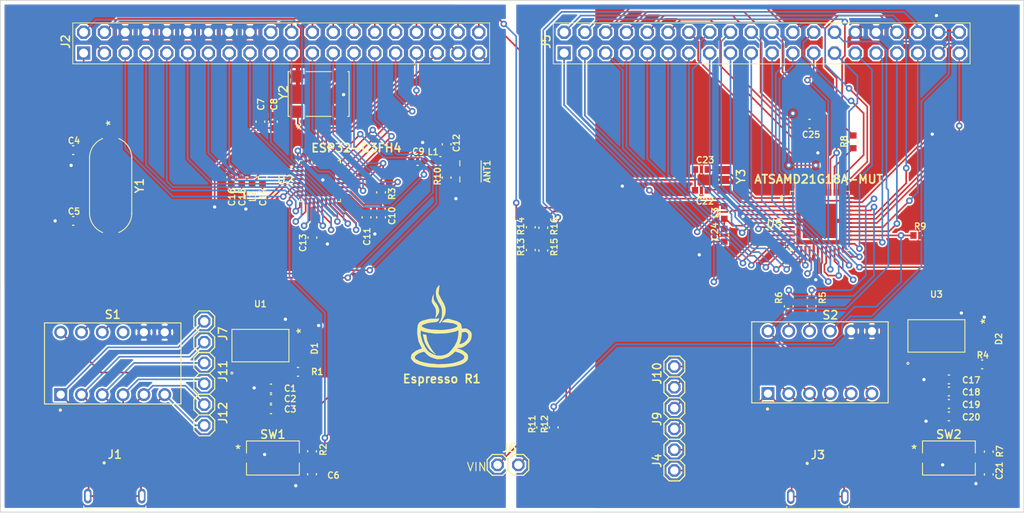
<source format=kicad_pcb>
(kicad_pcb (version 20221018) (generator pcbnew)
  (title_block (title "Espresso R1") (date "2023-03-31") (rev "1"))
  (layers (0 "F.Cu" signal) (31 "B.Cu" signal) (34 "B.Paste" user) (35 "F.Paste" user) (36 "B.SilkS" user "B.Silkscreen") (37 "F.SilkS" user "F.Silkscreen") (38 "B.Mask" user) (39 "F.Mask" user) (44 "Edge.Cuts" user))
  (net 0 "")
  (net 1 "Net-(ANT1-Pad1)")
  (net 2 "Net-(ANT1-Pad2)")
  (net 3 "/ESP32 Board/ESP32_GND")
  (net 4 "/ESP32 Board/ESP32_3V3")
  (net 5 "/ESP32 Board/GPIO_0")
  (net 6 "/ESP32 Board/GPIO_1")
  (net 7 "/ESP32 Board/RESET")
  (net 8 "/ESP32 Board/ANT")
  (net 9 "/ESP32 Board/SPI_VDD")
  (net 10 "Net-(C14-Pad2)")
  (net 11 "/SAMD Board/SAMD_GND")
  (net 12 "/SAMD Board/SAMD_3V3")
  (net 13 "/SAMD Board/SAMD_RESET")
  (net 14 "Net-(U5-PA01{slash}XOUT32)")
  (net 15 "Net-(U5-PA00{slash}XIN32)")
  (net 16 "Net-(U5-VDDANA)")
  (net 17 "Net-(D1-Pad2)")
  (net 18 "Net-(D2-Pad2)")
  (net 19 "Net-(J1-VUSB)")
  (net 20 "Net-(J1-D-)")
  (net 21 "Net-(J1-D+)")
  (net 22 "Net-(J1-ID)")
  (net 23 "Net-(J1-GND)")
  (net 24 "Net-(J1-SHIELD-PadS1)")
  (net 25 "/ESP32 Board/GPIO_2")
  (net 26 "/ESP32 Board/GPIO_3")
  (net 27 "/ESP32 Board/GPIO_4")
  (net 28 "/ESP32 Board/GPIO_5")
  (net 29 "/ESP32 Board/GPIO_6")
  (net 30 "/ESP32 Board/GPIO_7")
  (net 31 "/ESP32 Board/GPIO_8")
  (net 32 "/ESP32 Board/GPIO_9")
  (net 33 "/ESP32 Board/GPIO_10")
  (net 34 "/ESP32 Board/GPIO_11")
  (net 35 "/ESP32 Board/GPIO_12")
  (net 36 "/ESP32 Board/GPIO_13")
  (net 37 "/ESP32 Board/GPIO_14")
  (net 38 "/ESP32 Board/GPIO_15")
  (net 39 "/ESP32 Board/GPIO_16")
  (net 40 "/ESP32 Board/GPIO_17")
  (net 41 "/ESP32 Board/GPIO_18")
  (net 42 "/ESP32 Board/V_GND")
  (net 43 "Net-(J3-VUSB)")
  (net 44 "Net-(J3-D-)")
  (net 45 "Net-(J3-D+)")
  (net 46 "Net-(J3-ID)")
  (net 47 "Net-(J3-GND)")
  (net 48 "Net-(J10-Pad2)")
  (net 49 "/SAMD Board/GPIO_2")
  (net 50 "/SAMD Board/GPIO_3")
  (net 51 "/SAMD Board/GPIO_4")
  (net 52 "/SAMD Board/GPIO_5")
  (net 53 "/SAMD Board/GPIO_6")
  (net 54 "/SAMD Board/GPIO_7")
  (net 55 "/SAMD Board/GPIO_8")
  (net 56 "/SAMD Board/GPIO_9")
  (net 57 "/SAMD Board/GPIO_10")
  (net 58 "/SAMD Board/GPIO_11")
  (net 59 "/SAMD Board/GPIO_12")
  (net 60 "/SAMD Board/GPIO_13")
  (net 61 "/SAMD Board/GPIO_14")
  (net 62 "/SAMD Board/GPIO_15")
  (net 63 "/SAMD Board/GPIO_16")
  (net 64 "/SAMD Board/GPIO_17")
  (net 65 "/SAMD Board/GPIO_19")
  (net 66 "/SAMD Board/GPIO_23")
  (net 67 "/SAMD Board/GPIO_28")
  (net 68 "/SAMD Board/GPIO_30")
  (net 69 "/SAMD Board/GPIO_31")
  (net 70 "/SAMD Board/GPIO_32")
  (net 71 "/SAMD Board/GPIO_33")
  (net 72 "/SAMD Board/GPIO_34")
  (net 73 "/SAMD Board/GPIO_35")
  (net 74 "/SAMD Board/GPIO_36")
  (net 75 "/SAMD Board/GPIO_37")
  (net 76 "/SAMD Board/GPIO_38")
  (net 77 "/SAMD Board/GPIO_39")
  (net 78 "/SAMD Board/SAMD_VIN")
  (net 79 "/SAMD Board/VIN_LVL")
  (net 80 "/SAMD Board/V_GND")
  (net 81 "/VIN")
  (net 82 "/GND")
  (net 83 "/ESP32 Board/ESP32_D+")
  (net 84 "Net-(U5-PA25{slash}USB_D+)")
  (net 85 "/SAMD Board/SAMD_D+")
  (net 86 "Net-(U5-PA24{slash}USB_D-)")
  (net 87 "/SAMD Board/SAMD_D-")
  (net 88 "Net-(U5-PA27)")
  (net 89 "/SAMD Board/GPIO_27")
  (net 90 "/SAMD Board/SAMD_USB_ID")
  (net 91 "/ESP32 Board/VIN_LVL")
  (net 92 "/ESP32 Board/ESP32_VIN")
  (net 93 "/ESP32 Board/ESP32_D-")
  (net 95 "Net-(U2-XTAL_N)")
  (net 96 "Net-(U2-XTAL_P)")
  (net 97 "/SAMD Board/GPIO_20")
  (net 98 "/SAMD Board/GPIO_21")
  (net 99 "/SAMD Board/GPIO_22")
  (footprint "Custom_Microcontroller:R_0603" (layer "F.Cu") (at 202.225699 116.7511 90)
    (fp_text reference "R7")
    (fp_text value "10k" hide)
  )
  (footprint "Custom_Microcontroller:10118193-0001LF" (layer "F.Cu") (at 95.504 122.1693)
    (fp_text reference "J1")
    (fp_text value "AMPHENOL_10118193-0001LF" hide)
  )
  (footprint "Custom_Microcontroller:1X2" (layer "F.Cu") (at 163.83 106.3498 90)
    (fp_text reference "J10")
    (fp_text value "~" hide)
  )
  (footprint "Custom_Microcontroller:R_0603" (layer "F.Cu") (at 180.594 98.9838 -90)
    (fp_text reference "R5")
    (fp_text value "0ohm" hide)
  )
  (footprint "Custom_Microcontroller:C_0603" (layer "F.Cu") (at 126.238 88.138 90)
    (fp_text reference "C11")
    (fp_text value "100nF" hide)
  )
  (footprint "Custom_Microcontroller:C_0603" (layer "F.Cu") (at 202.225699 119.5324 90)
    (fp_text reference "C21")
    (fp_text value "100nF" hide)
  )
  (footprint "Custom_Microcontroller:1X2" (layer "F.Cu") (at 106.426 103.378 -90)
    (fp_text reference "J7")
    (fp_text value "~" hide)
  )
  (footprint "Custom_Microcontroller:SW_DS01C-254-L-06BE" (layer "F.Cu") (at 95.248 105.9768)
    (fp_text reference "S1")
    (fp_text value "DS01C-254-L-06BE" hide)
  )
  (footprint "Custom_Microcontroller:L_0603" (layer "F.Cu") (at 169.926 87.5411 90)
    (fp_text reference "L3")
    (fp_text value "4.7nH" hide)
  )
  (footprint "Custom_Microcontroller:C_0603" (layer "F.Cu") (at 113.538 83.2358 90)
    (fp_text reference "C14")
    (fp_text value "100nF" hide)
  )
  (footprint "Custom_Microcontroller:C_0603" (layer "F.Cu") (at 114.5737 109.03585)
    (fp_text reference "C1")
    (fp_text value "10uF" hide)
  )
  (footprint "Custom_Microcontroller:Crystal_32.768kHz" (layer "F.Cu") (at 169.926 84.766 90)
    (fp_text reference "Y3")
    (fp_text value "ABS07-32.768KHZ-9-T" hide)
  )
  (footprint "Custom_Microcontroller:SW_DS01C-254-L-06BE" (layer "F.Cu") (at 181.61 105.8418)
    (fp_text reference "S2")
    (fp_text value "DS01C-254-L-06BE" hide)
  )
  (footprint "Custom_Microcontroller:ICON" (layer "F.Cu") (at 135.382 102.362)
    (fp_text reference "G***" hide)
    (fp_text value "LOGO" hide)
  )
  (footprint "Custom_Microcontroller:MIC5209-3.3YS" (layer "F.Cu") (at 113.284 103.7971)
    (fp_text reference "U1")
    (fp_text value "SOT-223_S_MCH" hide)
  )
  (footprint "Custom_Microcontroller:1X2" (layer "F.Cu") (at 163.83 111.4298 90)
    (fp_text reference "J9")
    (fp_text value "~" hide)
  )
  (footprint "Custom_Microcontroller:R_0603" (layer "F.Cu") (at 147.828 92.1893 -90)
    (fp_text reference "R15")
    (fp_text value "1Mohm" hide)
  )
  (footprint "Custom_Microcontroller:C_0603" (layer "F.Cu") (at 169.926 90.3224 90)
    (fp_text reference "C24")
    (fp_text value "100nF" hide)
  )
  (footprint "Custom_Microcontroller:C_0603" (layer "F.Cu") (at 114.808 76.454 90)
    (fp_text reference "C8")
    (fp_text value "1uF" hide)
  )
  (footprint "Custom_Microcontroller:R_0603" (layer "F.Cu") (at 119.587201 116.7091 90)
    (fp_text reference "R2")
    (fp_text value "10k" hide)
  )
  (footprint "Custom_Microcontroller:C_0603" (layer "F.Cu") (at 113.284 76.454 90)
    (fp_text reference "C7")
    (fp_text value "10nF" hide)
  )
  (footprint "Custom_Microcontroller:R_0603" (layer "F.Cu") (at 147.574 113.792 90)
    (fp_text reference "R11")
    (fp_text value "0ohm" hide)
  )
  (footprint "Custom_Microcontroller:C_0603" (layer "F.Cu") (at 114.5737 110.30585)
    (fp_text reference "C2")
    (fp_text value "1uF" hide)
  )
  (footprint "Custom_Microcontroller:PTS636 SK25J SMTR LFS" (layer "F.Cu") (at 197.358 117.5258)
    (fp_text reference "SW2")
    (fp_text value "PTS636_SK25J_SMTR_LFS" hide)
  )
  (footprint "Custom_Microcontroller:R_0603" (layer "F.Cu") (at 146.304 92.1258 -90)
    (fp_text reference "R13")
    (fp_text value "1Mohm" hide)
  )
  (footprint "Custom_Microcontroller:C_0603" (layer "F.Cu") (at 90.424 88.5698)
    (fp_text reference "C5")
    (fp_text value "12pF" hide)
  )
  (footprint "Custom_Microcontroller:C_0603" (layer "F.Cu") (at 119.587201 119.5031 90)
    (fp_text reference "C6")
    (fp_text value "10uF" hide)
  )
  (footprint "Custom_Microcontroller:C_0603" (layer "F.Cu") (at 167.132 82.296)
    (fp_text reference "C23")
    (fp_text value "20pF" hide)
  )
  (footprint "Custom_Microcontroller:C_0603" (layer "F.Cu") (at 128.016 88.138 90)
    (fp_text reference "C10")
    (fp_text value "1uF" hide)
  )
  (footprint "Custom_Microcontroller:C_0603" (layer "F.Cu") (at 167.132 84.836)
    (fp_text reference "C22")
    (fp_text value "20pF" hide)
  )
  (footprint "Custom_Microcontroller:HRS_U.FL-R-SMT-1(10)" (layer "F.Cu") (at 138.938 82.5228 -90)
    (fp_text reference "ANT1")
    (fp_text value "U.FL-R-SMT-1(10)" hide)
  )
  (footprint "Custom_Microcontroller:ECS-3951M-400-BN-TR" (layer "F.Cu") (at 120.396 73.0758 90)
    (fp_text reference "Y2")
    (fp_text value "ECS-3951M-400-BN-TR" hide)
  )
  (footprint "Custom_Microcontroller:QFN50P500X500X90-33N" (layer "F.Cu") (at 120.56 83.7158)
    (fp_text reference "U2")
    (fp_text value "ESP32-C3FH4" hide)
  )
  (footprint "Custom_Microcontroller:ATSAMD21G18A-MUT" (layer "F.Cu") (at 181.61 88.5698)
    (fp_text reference "U5")
    (fp_text value "QFN48_7X7MC_MCH" hide)
  )
  (footprint "Custom_Microcontroller:C_0603" (layer "F.Cu") (at 132.4797 81.2528)
    (fp_text reference "C9")
    (fp_text value "100nF" hide)
  )
  (footprint "Custom_Microcontroller:Crystal_16MHz" (layer "F.Cu") (at 94.996 84.2518 -90)
    (fp_text reference "Y1")
    (fp_text value "HCM4916000000ABJT" hide)
  )
  (footprint "Custom_Microcontroller:C_0603" (layer "F.Cu") (at 197.358 107.925)
    (fp_text reference "C17")
    (fp_text value "1uF" hide)
  )
  (footprint "Custom_Microcontroller:2X20" (layer "F.Cu") (at 150.368 68.072 90)
    (fp_text reference "J5")
    (fp_text value "PPTC202LFBN-RC" hide)
  )
  (footprint "Custom_Microcontroller:C_0603" (layer "F.Cu") (at 109.728 83.2358 90)
    (fp_text reference "C16")
    (fp_text value "10nF" hide)
  )
  (footprint "Custom_Microcontroller:LED_0603" (layer "F.Cu") (at 118.6377 103.95585 -90)
    (fp_text reference "D1")
    (fp_text value "LTST-C191KGKT" hide)
  )
  (footprint "Custom_Microcontroller:C_0603" (layer "F.Cu") (at 119.634 90.6145 90)
    (fp_text reference "C13")
    (fp_text value "100nF" hide)
  )
  (footprint "Custom_Microcontroller:C_0603" (layer "F.Cu") (at 180.34 76.708 180)
    (fp_text reference "C25")
    (fp_text value "100nF" hide)
  )
  (footprint "Custom_Microcontroller:R_0603" (layer "F.Cu") (at 193.802 90.3478)
    (fp_text reference "R9")
    (fp_text value "10k" hide)
  )
  (footprint "Custom_Microcontroller:R_0603" (layer "F.Cu") (at 149.098 113.792 90)
    (fp_text reference "R12")
    (fp_text value "0ohm" hide)
  )
  (footprint "Custom_Microcontroller:L_0603" (layer "F.Cu") (at 112.268 83.2358 90)
    (fp_text reference "L2")
    (fp_text value "4.7nH" hide)
  )
  (footprint "Custom_Microcontroller:C_0603" (layer "F.Cu") (at 197.358 110.9218)
    (fp_text reference "C19")
    (fp_text value "100nF" hide)
  )
  (footprint "Custom_Microcontroller:1X2" (layer "F.Cu") (at 106.426 113.538 -90)
    (fp_text reference "J12")
    (fp_text value "~" hide)
  )
  (footprint "Custom_Microcontroller:1X2" (layer "F.Cu") (at 106.426 108.458 -90)
    (fp_text reference "J11")
    (fp_text value "~" hide)
  )
  (footprint "Custom_Microcontroller:2X20" (layer "F.Cu") (at 91.694 68.072 90)
    (fp_text reference "J2")
    (fp_text value "PPTC202LFBN-RC" hide)
  )
  (footprint "Custom_Microcontroller:C_0603" (layer "F.Cu") (at 197.358 112.4458)
    (fp_text reference "C20")
    (fp_text value "4.7uF" hide)
  )
  (footprint "Custom_Microcontroller:PTS636 SK25J SMTR LFS" (layer "F.Cu") (at 114.808 117.5258)
    (fp_text reference "SW1")
    (fp_text value "PTS636_SK25J_SMTR_LFS" hide)
  )
  (footprint "Custom_Microcontroller:L_0603" (layer "F.Cu") (at 135.261 81.2528)
    (fp_text reference "L1")
    (fp_text value "4.7nH" hide)
  )
  (footprint "Custom_Microcontroller:C_0603" (layer "F.Cu") (at 114.5737 111.57585)
    (fp_text reference "C3")
    (fp_text value "100nF" hide)
  )
  (footprint "Custom_Microcontroller:C_0603" (layer "F.Cu") (at 197.358 109.3978)
    (fp_text reference "C18")
    (fp_text value "1uF" hide)
  )
  (footprint "Custom_Microcontroller:C_0603" (layer "F.Cu") (at 90.424 79.9338)
    (fp_text reference "C4")
    (fp_text value "12pF" hide)
  )
  (footprint "Custom_Microcontroller:LED_0603" (layer "F.Cu") (at 202.184 102.7938 -90)
    (fp_text reference "D2")
    (fp_text value "LTST-C191KGKT" hide)
  )
  (footprint "Custom_Microcontroller:R_0603" (layer "F.Cu") (at 146.304 89.3445 -90)
    (fp_text reference "R14")
    (fp_text value "1Mohm" hide)
  )
  (footprint "Custom_Microcontroller:MIC5209-3.3YS" (layer "F.Cu") (at 195.834 102.616)
    (fp_text reference "U3")
    (fp_text value "SOT-223_S_MCH" hide)
  )
  (footprint "Custom_Microcontroller:R_0603" (layer "F.Cu") (at 117.8757 107.00385 180)
    (fp_text reference "R1")
    (fp_text value "470ohm" hide)
  )
  (footprint "Custom_Microcontroller:C_0603" (layer "F.Cu") (at 110.998 83.2358 90)
    (fp_text reference "C15")
    (fp_text value "100nF" hide)
  )
  (footprint "Custom_Microcontroller:R_0603" (layer "F.Cu") (at 136.023 83.2848 90)
    (fp_text reference "R10")
    (fp_text value "0ohm" hide)
  )
  (footprint "Custom_Microcontroller:R_0603" (layer "F.Cu") (at 147.828 89.408 -90)
    (fp_text reference "R16")
    (fp_text value "1Mohm" hide)
  )
  (footprint "Custom_Microcontroller:R_0603" (layer "F.Cu") (at 185.674 78.9178 90)
    (fp_text reference "R8")
    (fp_text value "10ohm" hide)
  )
  (footprint "Custom_Microcontroller:1X2" (layer "F.Cu") (at 163.83 116.5098 90)
    (fp_text reference "J4")
    (fp_text value "~" hide)
  )
  (footprint "Custom_Microcontroller:R_0603" (layer "F.Cu") (at 128.016 85.09 -90)
    (fp_text reference "R3")
    (fp_text value "10k" hide)
  )
  (footprint "Custom_Microcontroller:10118193-0001LF" (layer "F.Cu") (at 181.356 122.2328)
    (fp_text reference "J3")
    (fp_text value "AMPHENOL_10118193-0001LF" hide)
  )
  (footprint "Custom_Microcontroller:R_0603" (layer "F.Cu") (at 201.422 106.0958 180)
    (fp_text reference "R4")
    (fp_text value "470ohm" hide)
  )
  (footprint "Custom_Microcontroller:C_0603" (layer "F.Cu") (at 136.023 79.2208 -90)
    (fp_text reference "C12")
    (fp_text value "100nF" hide)
  )
  (footprint "Custom_Microcontroller:1X2" (layer "F.Cu") (at 144.78 118.364)
    (fp_text reference "J6")
    (fp_text value "~" hide)
  )
  (footprint "Custom_Microcontroller:R_0603" (layer "F.Cu") (at 177.8 98.9965 -90)
    (fp_text reference "R6")
    (fp_text value "0ohm" hide)
  )
  (gr_line (start 206.502 124.1298) (end 206.502 61.6458) (stroke (width 0.1)) (layer "Edge.Cuts"))
  (gr_line (start 81.534 61.6458) (end 81.534 124.1298) (stroke (width 0.1)) (layer "Edge.Cuts"))
  (gr_line (start 81.534 124.1298) (end 206.502 124.1298) (stroke (width 0.1)) (layer "Edge.Cuts"))
  (gr_line (start 206.502 61.6458) (end 81.534 61.6458) (stroke (width 0.1)) (layer "Edge.Cuts"))
  (gr_text "ESP32-C3FH4" (at 119.38 80.264) (layer "F.SilkS") (effects (font (size 1.016 1.016) (thickness 0.2032) bold) (justify left bottom)))
  (gr_text "Espresso R1" (at 130.561965 108.458) (layer "F.SilkS") (effects (font (size 1.016 1.016) (thickness 0.2032) bold) (justify left bottom)))
  (gr_text "ATSAMD21G18A-MUT" (at 173.482 84.074) (layer "F.SilkS") (effects (font (size 1.016 1.016) (thickness 0.2032) bold) (justify left bottom)))
  (segment (start 138.938 83.9978) (end 137.213 83.9978) (width 0.2) (layer "F.Cu") (net 1))
  (segment (start 137.213 83.9978) (end 136.023 82.8078) (width 0.2) (layer "F.Cu") (net 1))
  (segment (start 138.938 81.0478) (end 138.938 83.9978) (width 0.2) (layer "F.Cu") (net 1))
  (segment (start 136.023 82.8078) (end 136.023 82.5101) (width 0.2) (layer "F.Cu") (net 1))
  (segment (start 137.3057 82.5228) (end 136.0357 81.2528) (width 0.2) (layer "F.Cu") (net 2))
  (segment (start 137.413 82.5228) (end 137.3057 82.5228) (width 0.2) (layer "F.Cu") (net 2))
  (segment (start 136.023 79.9955) (end 136.023 81.2401) (width 0.2) (layer "F.Cu") (net 2))
  (segment (start 136.023 81.2401) (end 136.0357 81.2528) (width 0.2) (layer "F.Cu") (net 2))
  (segment (start 113.538 84.0105) (end 113.538 84.836) (width 0.2) (layer "F.Cu") (net 3))
  (segment (start 122.936 75.2348) (end 122.936 73.66) (width 0.2) (layer "F.Cu") (net 3))
  (segment (start 113.3602 117.5258) (end 113.792 117.094) (width 0.2) (layer "F.Cu") (net 3))
  (segment (start 127.254 88.9127) (end 126.238 88.9127) (width 0.2) (layer "F.Cu") (net 3))
  (segment (start 133.096 78.994) (end 133.6439 78.4461) (width 0.2) (layer "F.Cu") (net 3))
  (segment (start 131.705 80.385) (end 133.096 78.994) (width 0.2) (layer "F.Cu") (net 3))
  (segment (start 112.5093 77.2287) (end 107.696 82.042) (width 0.2) (layer "F.Cu") (net 3))
  (segment (start 119.587201 120.2778) (end 118.2282 120.2778) (width 0.2) (layer "F.Cu") (net 3))
  (segment (start 113.799 107.957) (end 113.284 107.442) (width 0.2) (layer "F.Cu") (net 3))
  (segment (start 127.254 90.17) (end 127.254 88.9127) (width 0.2) (layer "F.Cu") (net 3))
  (segment (start 88.2142 88.5698) (end 89.6493 88.5698) (width 0.2) (layer "F.Cu") (net 3))
  (segment (start 89.6493 79.9338) (end 89.6493 81.2673) (width 0.2) (layer "F.Cu") (net 3))
  (segment (start 111.801699 117.5258) (end 113.3602 117.5258) (width 0.2) (layer "F.Cu") (net 3))
  (segment (start 131.705 81.2528) (end 131.705 80.385) (width 0.2) (layer "F.Cu") (net 3))
  (segment (start 122.936 73.66) (end 123.444 73.152) (width 0.2) (layer "F.Cu") (net 3))
  (segment (start 111.506 84.836) (end 111.506 87.122) (width 0.2) (layer "F.Cu") (net 3))
  (segment (start 128.016 88.9127) (end 127.254 88.9127) (width 0.2) (layer "F.Cu") (net 3))
  (segment (start 113.538 84.836) (end 111.506 84.836) (width 0.2) (layer "F.Cu") (net 3))
  (segment (start 116.2558 100.5078) (end 113.284 100.5078) (width 0.2) (layer "F.Cu") (net 3))
  (segment (start 118.2282 120.2778) (end 117.602 120.904) (width 0.2) (layer "F.Cu") (net 3))
  (segment (start 118.6377 103.2002) (end 118.6377 103.1043) (width 0.2) (layer "F.Cu") (net 3))
  (segment (start 133.6439 78.4461) (end 136.023 78.4461) (width 0.2) (layer "F.Cu") (net 3))
  (segment (start 109.728 84.836) (end 109.728 84.0105) (width 0.2) (layer "F.Cu") (net 3))
  (segment (start 118.6377 103.1043) (end 120.396 101.346) (width 0.2) (layer "F.Cu") (net 3))
  (segment (start 121.4628 91.3892) (end 119.634 91.3892) (width 0.2) (layer "F.Cu") (net 3))
  (segment (start 113.799 111.57585) (end 113.799 107.957) (width 0.2) (layer "F.Cu") (net 3))
  (segment (start 107.696 82.042) (end 107.696 86.868) (width 0.2) (layer "F.Cu") (net 3))
  (segment (start 136.023 84.0595) (end 136.023 84.715) (width 0.2) (layer "F.Cu") (net 3))
  (segment (start 113.799 109.03585) (end 112.59185 109.03585) (width 0.2) (layer "F.Cu") (net 3))
  (segment (start 110.998 84.0105) (end 110.998 84.836) (width 0.2) (layer "F.Cu") (net 3))
  (segment (start 113.284 107.442) (end 113.284 107.0864) (width 0.2) (layer "F.Cu") (net 3))
  (segment (start 113.284 77.2287) (end 112.5093 77.2287) (width 0.2) (layer "F.Cu") (net 3))
  (segment (start 114.808 77.2287) (end 113.284 77.2287) (width 0.2) (layer "F.Cu") (net 3))
  (segment (start 89.6493 81.2673) (end 90.17 81.788) (width 0.2) (layer "F.Cu") (net 3))
  (segment (start 111.506 84.836) (end 110.998 84.836) (width 0.2) (layer "F.Cu") (net 3))
  (segment (start 110.998 84.836) (end 109.728 84.836) (width 0.2) (layer "F.Cu") (net 3))
  (segment (start 136.023 84.715) (end 137.16 85.852) (width 0.2) (layer "F.Cu") (net 3))
  (via (at 121.4628 91.3892) (size 0.8) (drill 0.4) (layers "F.Cu" "B.Cu") (net 3))
  (via (at 88.2142 88.5698) (size 0.8) (drill 0.4) (layers "F.Cu" "B.Cu") (net 3))
  (via (at 111.506 87.122) (size 0.8) (drill 0.4) (layers "F.Cu" "B.Cu") (net 3))
  (via (at 127.254 90.17) (size 0.8) (drill 0.4) (layers "F.Cu" "B.Cu") (net 3))
  (via (at 112.522 108.966) (size 0.8) (drill 0.4) (layers "F.Cu" "B.Cu") (net 3))
  (via (at 137.16 85.852) (size 0.8) (drill 0.4) (layers "F.Cu" "B.Cu") (net 3))
  (via (at 116.332 100.584) (size 0.8) (drill 0.4) (layers "F.Cu" "B.Cu") (net 3))
  (via (at 117.602 120.904) (size 0.8) (drill 0.4) (layers "F.Cu" "B.Cu") (net 3))
  (via (at 133.096 78.994) (size 0.8) (drill 0.4) (layers "F.Cu" "B.Cu") (net 3))
  (via (at 123.444 73.152) (size 0.8) (drill 0.4) (layers "F.Cu" "B.Cu") (net 3))
  (via (at 90.17 81.788) (size 0.8) (drill 0.4) (layers "F.Cu" "B.Cu") (net 3))
  (via (at 107.696 86.868) (size 0.8) (drill 0.4) (layers "F.Cu" "B.Cu") (net 3))
  (via (at 120.396 101.346) (size 0.8) (drill 0.4) (layers "F.Cu" "B.Cu") (net 3))
  (via (at 113.792 117.094) (size 0.8) (drill 0.4) (layers "F.Cu" "B.Cu") (net 3))
  (via (at 120.904 83.566) (size 0.8) (drill 0.4) (layers "F.Cu" "B.Cu") (net 3))
  (segment (start 119.31 81.2658) (end 119.31 80.194) (width 0.2) (layer "F.Cu") (net 4))
  (segment (start 116.586 77.47) (end 116.586 76.454) (width 0.2) (layer "F.Cu") (net 4))
  (segment (start 115.5954 108.1786) (end 115.3484 108.4256) (width 0.2) (layer "F.Cu") (net 4))
  (segment (start 115.8113 75.6793) (end 114.808 75.6793) (width 0.2) (layer "F.Cu") (net 4))
  (segment (start 115.3484 108.4256) (end 115.3484 109.03585) (width 0.2) (layer "F.Cu") (net 4))
  (segment (start 114.808 75.6793) (end 113.284 75.6793) (width 0.2) (layer "F.Cu") (net 4))
  (segment (start 118.81 79.694) (end 118.618 79.502) (width 0.2) (layer "F.Cu") (net 4))
  (segment (start 118.618 79.502) (end 116.586 77.47) (width 0.2) (layer "F.Cu") (net 4))
  (segment (start 117.101 107.00385) (end 115.67795 107.00385) (width 0.2) (layer "F.Cu") (net 4))
  (segment (start 123.01 85.926) (end 123.01 85.4658) (width 0.2) (layer "F.Cu") (net 4))
  (segment (start 119.31 80.194) (end 118.872 79.756) (width 0.2) (layer "F.Cu") (net 4))
  (segment (start 119.81 86.1658) (end 119.81 88.978) (width 0.2) (layer "F.Cu") (net 4))
  (segment (start 115.3484 109.03585) (end 115.3484 110.30585) (width 0.2) (layer "F.Cu") (net 4))
  (segment (start 118.872 79.756) (end 118.618 79.502) (width 0.2) (layer "F.Cu") (net 4))
  (segment (start 124.4473 87.3633) (end 123.01 85.926) (width 0.2) (layer "F.Cu") (net 4))
  (segment (start 119.81 88.978) (end 119.634 89.154) (width 0.2) (layer "F.Cu") (net 4))
  (segment (start 116.586 76.454) (end 115.8113 75.6793) (width 0.2) (layer "F.Cu") (net 4))
  (segment (start 115.67795 107.00385) (end 115.5954 107.0864) (width 0.2) (layer "F.Cu") (net 4))
  (segment (start 118.81 81.2658) (end 118.81 79.694) (width 0.2) (layer "F.Cu") (net 4))
  (segment (start 115.3484 111.57585) (end 115.3484 110.30585) (width 0.2) (layer "F.Cu") (net 4))
  (segment (start 126.238 87.3633) (end 124.4473 87.3633) (width 0.2) (layer "F.Cu") (net 4))
  (segment (start 119.587201 115.9344) (end 119.587201 112.060799) (width 0.2) (layer "F.Cu") (net 4))
  (segment (start 119.634 89.8398) (end 119.634 89.154) (width 0.2) (layer "F.Cu") (net 4))
  (segment (start 115.5954 107.0864) (end 115.5954 108.1786) (width 0.2) (layer "F.Cu") (net 4))
  (segment (start 119.587201 112.060799) (end 124.714 106.934) (width 0.2) (layer "F.Cu") (net 4))
  (segment (start 118.872 79.756) (end 119.126 80.01) (width 0.2) (layer "F.Cu") (net 4))
  (segment (start 94.9325 79.9338) (end 94.996 79.9973) (width 0.2) (layer "F.Cu") (net 5))
  (segment (start 103.105 88.1063) (end 94.996 79.9973) (width 0.2) (layer "F.Cu") (net 5))
  (segment (start 111.7917 88.1063) (end 103.105 88.1063) (width 0.2) (layer "F.Cu") (net 5))
  (segment (start 91.694 74.676) (end 94.996 77.978) (width 0.2) (layer "F.Cu") (net 5))
  (segment (start 116.4322 83.4658) (end 111.7917 88.1063) (width 0.2) (layer "F.Cu") (net 5))
  (segment (start 118.11 83.4658) (end 116.4322 83.4658) (width 0.2) (layer "F.Cu") (net 5))
  (segment (start 91.694 68.072) (end 91.694 74.676) (width 0.2) (layer "F.Cu") (net 5))
  (segment (start 91.1987 79.9338) (end 94.9325 79.9338) (width 0.2) (layer "F.Cu") (net 5))
  (segment (start 94.996 77.978) (end 94.996 79.9973) (width 0.2) (layer "F.Cu") (net 5))
  (segment (start 91.8337 85.344) (end 93.726 85.344) (width 0.2) (layer "F.Cu") (net 6))
  (segment (start 93.726 85.344) (end 94.996 86.614) (width 0.2) (layer "F.Cu") (net 6))
  (segment (start 112.028096 88.5063) (end 94.996 88.5063) (width 0.2) (layer "F.Cu") (net 6))
  (segment (start 116.568596 83.9658) (end 112.028096 88.5063) (width 0.2) (layer "F.Cu") (net 6))
  (segment (start 91.1987 88.5698) (end 94.9325 88.5698) (width 0.2) (layer "F.Cu") (net 6))
  (segment (start 94.9325 88.5698) (end 94.996 88.5063) (width 0.2) (layer "F.Cu") (net 6))
  (segment (start 93.099 66.937) (end 90.559 66.937) (width 0.2) (layer "F.Cu") (net 6))
  (segment (start 94.996 86.614) (end 94.996 88.5063) (width 0.2) (layer "F.Cu") (net 6))
  (segment (start 90.559 66.937) (end 88.138 69.358) (width 0.2) (layer "F.Cu") (net 6))
  (segment (start 88.138 81.6483) (end 91.8337 85.344) (width 0.2) (layer "F.Cu") (net 6))
  (segment (start 88.138 69.358) (end 88.138 81.6483) (width 0.2) (layer "F.Cu") (net 6))
  (segment (start 118.11 83.9658) (end 116.568596 83.9658) (width 0.2) (layer "F.Cu") (net 6))
  (segment (start 94.234 68.072) (end 93.099 66.937) (width 0.2) (layer "F.Cu") (net 6))
  (segment (start 117.650481 84.9658) (end 116.84 85.776281) (width 0.2) (layer "F.Cu") (net 7))
  (segment (start 143.002 93.218) (end 121.158 115.062) (width 0.2) (layer "F.Cu") (net 7))
  (segment (start 116.84 85.776281) (end 116.84 86.36) (width 0.2) (layer "F.Cu") (net 7))
  (segment (start 119.587201 117.394799) (end 119.587201 117.4838) (width 0.2) (layer "F.Cu") (net 7))
  (segment (start 119.545201 117.5258) (end 119.587201 117.4838) (width 0.2) (layer "F.Cu") (net 7))
  (segment (start 117.814301 117.5258) (end 119.545201 117.5258) (width 0.2) (layer "F.Cu") (net 7))
  (segment (start 119.587201 118.7284) (end 119.587201 117.4838) (width 0.2) (layer "F.Cu") (net 7))
  (segment (start 139.954 68.072) (end 143.002 71.12) (width 0.2) (layer "F.Cu") (net 7))
  (segment (start 118.11 84.9658) (end 117.650481 84.9658) (width 0.2) (layer "F.Cu") (net 7))
  (segment (start 121.158 115.062) (end 121.158 115.824) (width 0.2) (layer "F.Cu") (net 7))
  (segment (start 121.158 115.824) (end 119.587201 117.394799) (width 0.2) (layer "F.Cu") (net 7))
  (segment (start 143.002 71.12) (end 143.002 93.218) (width 0.2) (layer "F.Cu") (net 7))
  (via (at 116.84 86.36) (size 0.8) (drill 0.4) (layers "F.Cu" "B.Cu") (net 7))
  (via (at 121.158 115.062) (size 0.8) (drill 0.4) (layers "F.Cu" "B.Cu") (net 7))
  (segment (start 116.84 86.36) (end 116.84 95.504) (width 0.2) (layer "B.Cu") (net 7))
  (segment (start 121.158 99.822) (end 121.158 115.062) (width 0.2) (layer "B.Cu") (net 7))
  (segment (start 116.84 95.504) (end 121.158 99.822) (width 0.2) (layer "B.Cu") (net 7))
  (segment (start 117.856 81.026) (end 118.11 81.28) (width 0.2) (layer "F.Cu") (net 8))
  (segment (start 117.856 80.01) (end 117.856 81.026) (width 0.2) (layer "F.Cu") (net 8))
  (segment (start 133.2544 82.8996) (end 133.2544 81.2528) (width 0.2) (layer "F.Cu") (net 8))
  (segment (start 133.2544 81.2528) (end 134.4863 81.2528) (width 0.2) (layer "F.Cu") (net 8))
  (segment (start 118.11 81.28) (end 118.11 81.9658) (width 0.2) (layer "F.Cu") (net 8))
  (via (at 117.856 80.01) (size 0.8) (drill 0.4) (layers "F.Cu" "B.Cu") (net 8))
  (via (at 133.2544 82.8996) (size 0.8) (drill 0.4) (layers "F.Cu" "B.Cu") (net 8))
  (segment (start 117.856 80.01) (end 120.396 82.55) (width 0.2) (layer "B.Cu") (net 8))
  (segment (start 125.984 86.868) (end 129.286 86.868) (width 0.2) (layer "B.Cu") (net 8))
  (segment (start 118.364 79.502) (end 117.856 80.01) (width 0.2) (layer "B.Cu") (net 8))
  (segment (start 91.694 65.532) (end 93.218 64.008) (width 0.2) (layer "B.Cu") (net 8))
  (segment (start 118.364 65.024) (end 118.364 79.502) (width 0.2) (layer "B.Cu") (net 8))
  (segment (start 120.396 82.55) (end 121.666 82.55) (width 0.2) (layer "B.Cu") (net 8))
  (segment (start 121.666 82.55) (end 125.984 86.868) (width 0.2) (layer "B.Cu") (net 8))
  (segment (start 129.286 86.868) (end 133.2544 82.8996) (width 0.2) (layer "B.Cu") (net 8))
  (segment (start 93.218 64.008) (end 117.348 64.008) (width 0.2) (layer "B.Cu") (net 8))
  (segment (start 117.348 64.008) (end 118.364 65.024) (width 0.2) (layer "B.Cu") (net 8))
  (segment (start 128.016 87.3633) (end 128.016 86.614) (width 0.2) (layer "F.Cu") (net 9))
  (segment (start 128.016 86.614) (end 125.926314 86.614) (width 0.2) (layer "F.Cu") (net 9))
  (segment (start 128.016 86.614) (end 128.016 85.8647) (width 0.2) (layer "F.Cu") (net 9))
  (segment (start 124.278114 84.9658) (end 123.01 84.9658) (width 0.2) (layer "F.Cu") (net 9))
  (segment (start 125.926314 86.614) (end 124.278114 84.9658) (width 0.2) (layer "F.Cu") (net 9))
  (segment (start 116.5827 82.9658) (end 116.078 82.4611) (width 0.2) (layer "F.Cu") (net 10))
  (segment (start 112.85855 83.41995) (end 112.85855 83.14055) (width 0.2) (layer "F.Cu") (net 10))
  (segment (start 116.078 82.4611) (end 118.1053 82.4611) (width 0.2) (layer "F.Cu") (net 10))
  (segment (start 112.268 84.0105) (end 112.85855 83.41995) (width 0.2) (layer "F.Cu") (net 10))
  (segment (start 113.538 82.4611) (end 116.078 82.4611) (width 0.2) (layer "F.Cu") (net 10))
  (segment (start 118.11 82.9658) (end 116.5827 82.9658) (width 0.2) (layer "F.Cu") (net 10))
  (segment (start 118.1053 82.4611) (end 118.11 82.4658) (width 0.2) (layer "F.Cu") (net 10))
  (segment (start 112.85855 83.14055) (end 113.538 82.4611) (width 0.2) (layer "F.Cu") (net 10))
  (segment (start 181.102 95.25) (end 181.102 95.758) (width 0.2) (layer "F.Cu") (net 11))
  (segment (start 195.834 105.9053) (end 195.834 106.426) (width 0.2) (layer "F.Cu") (net 11))
  (segment (start 182.2046 86.106) (end 184.4242 86.106) (width 0.2) (layer "F.Cu") (net 11))
  (segment (start 196.596 118.364) (end 196.596 117.856) (width 0.2) (layer "F.Cu") (net 11))
  (segment (start 181.864 85.7654) (end 182.2046 86.106) (width 0.2) (layer "F.Cu") (net 11))
  (segment (start 194.818 64.516) (end 195.834 63.5) (width 0.2) (layer "F.Cu") (net 11))
  (segment (start 195.326 77.978) (end 193.802 79.502) (width 0.2) (layer "F.Cu") (net 11))
  (segment (start 181.1147 76.708) (end 181.356 76.9493) (width 0.2) (layer "F.Cu") (net 11))
  (segment (start 188.468 65.532) (end 189.603 66.667) (width 0.2) (layer "F.Cu") (net 11))
  (segment (start 198.3867 99.3267) (end 198.882 99.822) (width 0.2) (layer "F.Cu") (net 11))
  (segment (start 158.242 83.566) (end 157.48 84.328) (width 0.2) (layer "F.Cu") (net 11))
  (segment (start 181.864 80.772) (end 181.864 85.09) (width 0.2) (layer "F.Cu") (net 11))
  (segment (start 184.4242 86.106) (end 184.602 86.2838) (width 0.2) (layer "F.Cu") (net 11))
  (segment (start 172.212 88.0243) (end 172.4285 87.8078) (width 0.2) (layer "F.Cu") (net 11))
  (segment (start 194.018132 66.667) (end 194.818 65.867132) (width 0.2) (layer "F.Cu") (net 11))
  (segment (start 196.5833 106.9213) (end 195.834 106.172) (width 0.2) (layer "F.Cu") (net 11))
  (segment (start 202.225699 120.3071) (end 201.0029 120.3071) (width 0.2) (layer "F.Cu") (net 11))
  (segment (start 166.3573 83.566) (end 158.242 83.566) (width 0.2) (layer "F.Cu") (net 11))
  (segment (start 185.0898 86.2838) (end 186.7662 86.2838) (width 0.2) (layer "F.Cu") (net 11))
  (segment (start 202.184 102.03815) (end 202.184 100.838) (width 0.2) (layer "F.Cu") (net 11))
  (segment (start 168.4909 91.0971) (end 166.878 92.71) (width 0.2) (layer "F.Cu") (net 11))
  (segment (start 201.0029 120.3071) (end 200.66 120.65) (width 0.2) (layer "F.Cu") (net 11))
  (segment (start 196.5833 112.4458) (end 195.1482 112.4458) (width 0.2) (layer "F.Cu") (net 11))
  (segment (start 186.7662 86.2838) (end 193.548 79.502) (width 0.2) (layer "F.Cu") (net 11))
  (segment (start 196.596 117.856) (end 196.2658 117.5258) (width 0.2) (layer "F.Cu") (net 11))
  (segment (start 196.5833 112.4458) (end 196.5833 106.9213) (width 0.2) (layer "F.Cu") (net 11))
  (segment (start 195.834 106.426) (end 194.31 107.95) (width 0.2) (layer "F.Cu") (net 11))
  (segment (start 202.184 100.838) (end 201.676 100.33) (width 0.2) (layer "F.Cu") (net 11))
  (segment (start 166.3573 83.566) (end 166.3573 82.296) (width 0.2) (layer "F.Cu") (net 11))
  (segment (start 172.4285 87.8078) (end 178.1302 87.8078) (width 0.2) (layer "F.Cu") (net 11))
  (segment (start 181.864 85.09) (end 181.864 85.7654) (width 0.2) (layer "F.Cu") (net 11))
  (segment (start 196.2658 117.5258) (end 194.351699 117.5258) (width 0.2) (layer "F.Cu") (net 11))
  (segment (start 195.834 99.3267) (end 198.3867 99.3267) (width 0.2) (layer "F.Cu") (net 11))
  (segment (start 194.818 65.867132) (end 194.818 64.516) (width 0.2) (layer "F.Cu") (net 11))
  (segment (start 195.1482 112.4458) (end 194.564 113.03) (width 0.2) (layer "F.Cu") (net 11))
  (segment (start 189.603 66.667) (end 194.018132 66.667) (width 0.2) (layer "F.Cu") (net 11))
  (segment (start 181.356 92.0496) (end 181.356 94.996) (width 0.2) (layer "F.Cu") (net 11))
  (segment (start 181.356 94.996) (end 181.102 95.25) (width 0.2) (layer "F.Cu") (net 11))
  (segment (start 193.802 79.502) (end 193.548 79.502) (width 0.2) (layer "F.Cu") (net 11))
  (segment (start 195.834 106.172) (end 195.834 105.9053) (width 0.2) (layer "F.Cu") (net 11))
  (segment (start 166.3573 84.836) (end 166.3573 83.566) (width 0.2) (layer "F.Cu") (net 11))
  (segment (start 169.926 91.0971) (end 168.4909 91.0971) (width 0.2) (layer "F.Cu") (net 11))
  (segment (start 181.356 76.9493) (end 181.356 80.264) (width 0.2) (layer "F.Cu") (net 11))
  (segment (start 184.602 86.2838) (end 185.0898 86.2838) (width 0.2) (layer "F.Cu") (net 11))
  (segment (start 181.356 80.264) (end 181.864 80.772) (width 0.2) (layer "F.Cu") (net 11))
  (via (at 200.66 120.65) (size 0.8) (drill 0.4) (layers "F.Cu" "B.Cu") (net 11))
  (via (at 181.356 80.264) (size 0.8) (drill 0.4) (layers "F.Cu" "B.Cu") (net 11))
  (via (at 195.326 77.978) (size 0.8) (drill 0.4) (layers "F.Cu" "B.Cu") (net 11))
  (via (at 172.212 88.0243) (size 0.8) (drill 0.4) (layers "F.Cu" "B.Cu") (net 11))
  (via (at 157.48 84.328) (size 0.8) (drill 0.4) (layers "F.Cu" "B.Cu") (net 11))
  (via (at 166.878 92.71) (size 0.8) (drill 0.4) (layers "F.Cu" "B.Cu") (net 11))
  (via (at 194.31 107.95) (size 0.8) (drill 0.4) (layers "F.Cu" "B.Cu") (net 11))
  (via (at 181.102 95.758) (size 0.8) (drill 0.4) (layers "F.Cu" "B.Cu") (net 11))
  (via (at 201.676 100.33) (size 0.8) (drill 0.4) (layers "F.Cu" "B.Cu") (net 11))
  (via (at 196.596 118.364) (size 0.8) (drill 0.4) (layers "F.Cu" "B.Cu") (net 11))
  (via (at 194.564 113.03) (size 0.8) (drill 0.4) (layers "F.Cu" "B.Cu") (net 11))
  (via (at 198.882 99.822) (size 0.8) (drill 0.4) (layers "F.Cu" "B.Cu") (net 11))
  (via (at 195.834 63.5) (size 0.8) (drill 0.4) (layers "F.Cu" "B.Cu") (net 11))
  (segment (start 173.287702 89.100002) (end 173.287702 89.975702) (width 0.2) (layer "B.Cu") (net 11))
  (segment (start 172.212 88.0243) (end 173.287702 89.100002) (width 0.2) (layer "B.Cu") (net 11))
  (segment (start 173.287702 89.975702) (end 174.048 90.736) (width 0.2) (layer "B.Cu") (net 11))
  (segment (start 180.848 85.09) (end 180.848 87.8078) (width 0.2) (layer "F.Cu") (net 12))
  (segment (start 198.1327 105.918) (end 198.1454 105.9053) (width 0.2) (layer "F.Cu") (net 12))
  (segment (start 169.7736 86.614) (end 169.926 86.7664) (width 0.2) (layer "F.Cu") (net 12))
  (segment (start 181.356 85.09) (end 181.356 88.3158) (width 0.2) (layer "F.Cu") (net 12))
  (segment (start 180.848 82.042) (end 181.102 81.788) (width 0.2) (layer "F.Cu") (net 12))
  (segment (start 179.5653 76.6953) (end 178.308 75.438) (width 0.2) (layer "F.Cu") (net 12))
  (segment (start 180.848 89.3318) (end 181.61 88.5698) (width 0.2) (layer "F.Cu") (net 12))
  (segment (start 180.848 92.0496) (end 180.848 89.3318) (width 0.2) (layer "F.Cu") (net 12))
  (segment (start 180.848 87.8078) (end 181.61 88.5698) (width 0.2) (layer "F.Cu") (net 12))
  (segment (start 181.356 88.3158) (end 181.61 88.5698) (width 0.2) (layer "F.Cu") (net 12))
  (segment (start 180.848 85.09) (end 180.848 82.042) (width 0.2) (layer "F.Cu") (net 12))
  (segment (start 179.5653 76.708) (end 179.5653 76.6953) (width 0.2) (layer "F.Cu") (net 12))
  (segment (start 198.1327 112.4458) (end 198.1327 105.918) (width 0.2) (layer "F.Cu") (net 12))
  (segment (start 168.656 86.614) (end 169.7736 86.614) (width 0.2) (layer "F.Cu") (net 12))
  (via (at 181.102 81.788) (size 0.8) (drill 0.4) (layers "F.Cu" "B.Cu") (net 12))
  (via (at 177.8 81.788) (size 0.8) (drill 0.4) (layers "F.Cu" "B.Cu") (net 12))
  (via (at 178.308 75.438) (size 0.8) (drill 0.4) (layers "F.Cu" "B.Cu") (net 12))
  (segment (start 181.102 81.788) (end 177.8 81.788) (width 0.2) (layer "B.Cu") (net 12))
  (segment (start 177.8 75.946) (end 177.8 81.788) (width 0.2) (layer "B.Cu") (net 12))
  (segment (start 178.308 75.438) (end 177.8 75.946) (width 0.2) (layer "B.Cu") (net 12))
  (segment (start 182.253 69.731) (end 182.253 68.072) (width 0.2) (layer "F.Cu") (net 13))
  (segment (start 200.364301 112.817699) (end 203.454 109.728) (width 0.2) (layer "F.Cu") (net 13))
  (segment (start 183.642 71.12) (end 182.253 69.731) (width 0.2) (layer "F.Cu") (net 13))
  (segment (start 183.814868 63.5) (end 188.976 63.5) (width 0.2) (layer "F.Cu") (net 13))
  (segment (start 202.225699 118.7577) (end 202.225699 117.5258) (width 0.2) (layer "F.Cu") (net 13))
  (segment (start 182.253 65.061868) (end 183.814868 63.5) (width 0.2) (layer "F.Cu") (net 13))
  (segment (start 200.364301 117.5258) (end 200.364301 112.817699) (width 0.2) (layer "F.Cu") (net 13))
  (segment (start 182.88 81.788) (end 182.88 81.026) (width 0.2) (layer "F.Cu") (net 13))
  (segment (start 203.454 109.728) (end 203.454 97.79) (width 0.2) (layer "F.Cu") (net 13))
  (segment (start 200.364301 117.5258) (end 202.225699 117.5258) (width 0.2) (layer "F.Cu") (net 13))
  (segment (start 199.888695 94.224695) (end 186.436 94.224695) (width 0.2) (layer "F.Cu") (net 13))
  (segment (start 183.642 80.264) (end 183.642 71.12) (width 0.2) (layer "F.Cu") (net 13))
  (segment (start 203.454 97.79) (end 199.888695 94.224695) (width 0.2) (layer "F.Cu") (net 13))
  (segment (start 182.88 85.09) (end 182.88 81.788) (width 0.2) (layer "F.Cu") (net 13))
  (segment (start 182.88 81.026) (end 183.642 80.264) (width 0.2) (layer "F.Cu") (net 13))
  (segment (start 188.976 63.5) (end 191.008 65.532) (width 0.2) (layer "F.Cu") (net 13))
  (segment (start 182.253 68.072) (end 182.253 65.061868) (width 0.2) (layer "F.Cu") (net 13))
  (via (at 183.642 80.264) (size 0.8) (drill 0.4) (layers "F.Cu" "B.Cu") (net 13))
  (via (at 186.436 94.224695) (size 0.8) (drill 0.4) (layers "F.Cu" "B.Cu") (net 13))
  (segment (start 186.436 94.224695) (end 183.642 91.430695) (width 0.2) (layer "B.Cu") (net 13))
  (segment (start 183.642 91.430695) (end 183.642 80.264) (width 0.2) (layer "B.Cu") (net 13))
  (segment (start 169.926 84.766) (end 167.9767 84.766) (width 0.2) (layer "F.Cu") (net 14))
  (segment (start 170.364 84.766) (end 169.926 84.766) (width 0.2) (layer "F.Cu") (net 14))
  (segment (start 171.8818 86.2838) (end 170.364 84.766) (width 0.2) (layer "F.Cu") (net 14))
  (segment (start 167.9767 84.766) (end 167.9067 84.836) (width 0.2) (layer "F.Cu") (net 14))
  (segment (start 178.1302 86.2838) (end 171.8818 86.2838) (width 0.2) (layer "F.Cu") (net 14))
  (segment (start 178.1302 85.7758) (end 173.6598 85.7758) (width 0.2) (layer "F.Cu") (net 15))
  (segment (start 170.25 82.366) (end 169.926 82.366) (width 0.2) (layer "F.Cu") (net 15))
  (segment (start 173.6598 85.7758) (end 170.25 82.366) (width 0.2) (layer "F.Cu") (net 15))
  (segment (start 167.9767 82.366) (end 167.9067 82.296) (width 0.2) (layer "F.Cu") (net 15))
  (segment (start 169.926 82.366) (end 167.9767 82.366) (width 0.2) (layer "F.Cu") (net 15))
  (segment (start 178.1302 88.3158) (end 173.175806 88.3158) (width 0.2) (layer "F.Cu") (net 16))
  (segment (start 170.1038 88.3158) (end 169.926 88.3158) (width 0.2) (layer "F.Cu") (net 16))
  (segment (start 170.942 89.154) (end 170.1038 88.3158) (width 0.2) (layer "F.Cu") (net 16))
  (segment (start 172.337606 89.154) (end 170.942 89.154) (width 0.2) (layer "F.Cu") (net 16))
  (segment (start 173.175806 88.3158) (end 172.337606 89.154) (width 0.2) (layer "F.Cu") (net 16))
  (segment (start 169.926 89.5477) (end 169.926 88.3158) (width 0.2) (layer "F.Cu") (net 16))
  (segment (start 118.6377 106.99115) (end 118.6504 107.00385) (width 0.2) (layer "F.Cu") (net 17))
  (segment (start 118.6377 104.7115) (end 118.6377 106.99115) (width 0.2) (layer "F.Cu") (net 17))
  (segment (start 202.184 106.0831) (end 202.1967 106.0958) (width 0.2) (layer "F.Cu") (net 18))
  (segment (start 202.184 103.54945) (end 202.184 106.0831) (width 0.2) (layer "F.Cu") (net 18))
  (segment (start 94.204 119.4943) (end 94.204 115.0928) (width 0.2) (layer "F.Cu") (net 19))
  (segment (start 94.204 115.0928) (end 88.898 109.7868) (width 0.2) (layer "F.Cu") (net 19))
  (segment (start 103.251 104.013) (end 106.426 100.838) (width 0.2) (layer "B.Cu") (net 19))
  (segment (start 94.6718 104.013) (end 103.251 104.013) (width 0.2) (layer "B.Cu") (net 19))
  (segment (start 88.898 109.7868) (end 94.6718 104.013) (width 0.2) (layer "B.Cu") (net 19))
  (segment (start 94.854 119.4943) (end 94.854 113.2028) (width 0.2) (layer "F.Cu") (net 20))
  (segment (start 94.854 113.2028) (end 91.438 109.7868) (width 0.2) (layer "F.Cu") (net 20))
  (segment (start 91.438 109.7868) (end 96.0688 105.156) (width 0.2) (layer "B.Cu") (net 20))
  (segment (start 104.648 105.156) (end 106.426 103.378) (width 0.2) (layer "B.Cu") (net 20))
  (segment (start 96.0688 105.156) (end 104.648 105.156) (width 0.2) (layer "B.Cu") (net 20))
  (segment (start 95.504 111.3128) (end 93.978 109.7868) (width 0.2) (layer "F.Cu") (net 21))
  (segment (start 95.504 119.4943) (end 95.504 111.3128) (width 0.2) (layer "F.Cu") (net 21))
  (segment (start 106.426 105.918) (end 97.8468 105.918) (width 0.2) (layer "B.Cu") (net 21))
  (segment (start 97.8468 105.918) (end 93.978 109.7868) (width 0.2) (layer "B.Cu") (net 21))
  (segment (start 96.154 111.872) (end 96.518 111.508) (width 0.2) (layer "F.Cu") (net 22))
  (segment (start 96.154 119.4943) (end 96.154 111.872) (width 0.2) (layer "F.Cu") (net 22))
  (segment (start 96.518 111.508) (end 96.518 109.7868) (width 0.2) (layer "F.Cu") (net 22))
  (segment (start 106.426 108.458) (end 105.887184 107.919184) (width 0.2) (layer "B.Cu") (net 22))
  (segment (start 105.887184 107.919184) (end 98.385616 107.919184) (width 0.2) (layer "B.Cu") (net 22))
  (segment (start 98.385616 107.919184) (end 96.518 109.7868) (width 0.2) (layer "B.Cu") (net 22))
  (segment (start 96.804 112.0408) (end 99.058 109.7868) (width 0.2) (layer "F.Cu") (net 23))
  (segment (start 96.804 119.4943) (end 96.804 112.0408) (width 0.2) (layer "F.Cu") (net 23))
  (segment (start 100.148 108.6968) (end 99.058 109.7868) (width 0.2) (layer "B.Cu") (net 23))
  (segment (start 106.426 110.998) (end 104.1248 108.6968) (width 0.2) (layer "B.Cu") (net 23))
  (segment (start 104.1248 108.6968) (end 100.148 108.6968) (width 0.2) (layer "B.Cu") (net 23))
  (segment (start 98.704 119.7193) (end 98.704 122.0693) (width 0.2) (layer "F.Cu") (net 24))
  (segment (start 92.304 122.0693) (end 92.204 122.1693) (width 0.2) (layer "F.Cu") (net 24))
  (segment (start 98.704 119.7193) (end 98.704 112.6808) (width 0.2) (layer "F.Cu") (net 24))
  (segment (start 92.204 122.1693) (end 94.304 122.1693) (width 0.2) (layer "F.Cu") (net 24))
  (segment (start 98.704 112.6808) (end 101.598 109.7868) (width 0.2) (layer "F.Cu") (net 24))
  (segment (start 98.804 122.1693) (end 96.704 122.1693) (width 0.2) (layer "F.Cu") (net 24))
  (segment (start 94.304 122.1693) (end 96.704 122.1693) (width 0.2) (layer "F.Cu") (net 24))
  (segment (start 98.704 122.0693) (end 98.804 122.1693) (width 0.2) (layer "F.Cu") (net 24))
  (segment (start 92.304 119.7193) (end 92.304 122.0693) (width 0.2) (layer "F.Cu") (net 24))
  (segment (start 106.426 113.538) (end 105.3492 113.538) (width 0.2) (layer "B.Cu") (net 24))
  (segment (start 105.3492 113.538) (end 101.598 109.7868) (width 0.2) (layer "B.Cu") (net 24))
  (segment (start 118.11 84.4658) (end 117.2102 84.4658) (width 0.2) (layer "F.Cu") (net 25))
  (segment (start 117.2102 84.4658) (end 116.078 85.598) (width 0.2) (layer "F.Cu") (net 25))
  (via (at 116.078 85.598) (size 0.8) (drill 0.4) (layers "F.Cu" "B.Cu") (net 25))
  (segment (start 96.774 79.756) (end 96.774 68.072) (width 0.2) (layer "B.Cu") (net 25))
  (segment (start 116.078 85.598) (end 102.616 85.598) (width 0.2) (layer "B.Cu") (net 25))
  (segment (start 102.616 85.598) (end 96.774 79.756) (width 0.2) (layer "B.Cu") (net 25))
  (segment (start 118.11 85.4658) (end 118.11 86.868) (width 0.2) (layer "F.Cu") (net 26))
  (segment (start 118.11 86.868) (end 117.602 87.376) (width 0.2) (layer "F.Cu") (net 26))
  (via (at 117.602 87.376) (size 0.8) (drill 0.4) (layers "F.Cu" "B.Cu") (net 26))
  (segment (start 102.150279 84.553157) (end 102.136843 84.553157) (width 0.2) (layer "B.Cu") (net 26))
  (segment (start 102.439635 84.842513) (end 102.150279 84.553157) (width 0.2) (layer "B.Cu") (net 26))
  (segment (start 99.314 81.730314) (end 99.314 68.072) (width 0.2) (layer "B.Cu") (net 26))
  (segment (start 102.136843 84.553157) (end 99.314 81.730314) (width 0.2) (layer "B.Cu") (net 26))
  (segment (start 117.602 87.376) (end 117.602 86.13205) (width 0.2) (layer "B.Cu") (net 26))
  (segment (start 116.312463 84.842513) (end 102.439635 84.842513) (width 0.2) (layer "B.Cu") (net 26))
  (segment (start 117.602 86.13205) (end 116.312463 84.842513) (width 0.2) (layer "B.Cu") (net 26))
  (segment (start 118.81 87.438) (end 117.602 88.646) (width 0.2) (layer "F.Cu") (net 27))
  (segment (start 118.81 86.1658) (end 118.81 87.438) (width 0.2) (layer "F.Cu") (net 27))
  (via (at 117.602 88.646) (size 0.8) (drill 0.4) (layers "F.Cu" "B.Cu") (net 27))
  (segment (start 118.302 87.946) (end 117.602 88.646) (width 0.2) (layer "B.Cu") (net 27))
  (segment (start 116.478149 84.442513) (end 118.302 86.266364) (width 0.2) (layer "B.Cu") (net 27))
  (segment (start 102.591885 84.442513) (end 116.478149 84.442513) (width 0.2) (layer "B.Cu") (net 27))
  (segment (start 118.302 86.266364) (end 118.302 87.946) (width 0.2) (layer "B.Cu") (net 27))
  (segment (start 101.854 68.072) (end 101.854 83.704628) (width 0.2) (layer "B.Cu") (net 27))
  (segment (start 101.854 83.704628) (end 102.591885 84.442513) (width 0.2) (layer "B.Cu") (net 27))
  (segment (start 119.31 86.1658) (end 119.31 88.462) (width 0.2) (layer "F.Cu") (net 28))
  (segment (start 119.31 88.462) (end 118.618 89.154) (width 0.2) (layer "F.Cu") (net 28))
  (via (at 118.618 89.154) (size 0.8) (drill 0.4) (layers "F.Cu" "B.Cu") (net 28))
  (segment (start 104.394 80.994513) (end 104.394 68.072) (width 0.2) (layer "B.Cu") (net 28))
  (segment (start 119.126 88.646) (end 119.126 86.524678) (width 0.2) (layer "B.Cu") (net 28))
  (segment (start 119.126 86.524678) (end 116.643835 84.042513) (width 0.2) (layer "B.Cu") (net 28))
  (segment (start 116.643835 84.042513) (end 107.442 84.042513) (width 0.2) (layer "B.Cu") (net 28))
  (segment (start 118.618 89.154) (end 119.126 88.646) (width 0.2) (layer "B.Cu") (net 28))
  (segment (start 107.442 84.042513) (end 104.394 80.994513) (width 0.2) (layer "B.Cu") (net 28))
  (segment (start 120.31 86.1658) (end 120.31 88.56) (width 0.2) (layer "F.Cu") (net 29))
  (segment (start 120.31 88.56) (end 120.904 89.154) (width 0.2) (layer "F.Cu") (net 29))
  (via (at 120.904 89.154) (size 0.8) (drill 0.4) (layers "F.Cu" "B.Cu") (net 29))
  (segment (start 120.904 89.154) (end 120.904 87.736992) (width 0.2) (layer "B.Cu") (net 29))
  (segment (start 120.904 87.736992) (end 116.80952 83.642513) (width 0.2) (layer "B.Cu") (net 29))
  (segment (start 106.934 80.264) (end 106.934 68.072) (width 0.2) (layer "B.Cu") (net 29))
  (segment (start 110.312513 83.642513) (end 106.934 80.264) (width 0.2) (layer "B.Cu") (net 29))
  (segment (start 116.80952 83.642513) (end 110.312513 83.642513) (width 0.2) (layer "B.Cu") (net 29))
  (segment (start 121.92 88.9) (end 121.92 89.662) (width 0.2) (layer "F.Cu") (net 30))
  (segment (start 120.81 87.79) (end 121.92 88.9) (width 0.2) (layer "F.Cu") (net 30))
  (segment (start 120.81 86.1658) (end 120.81 87.79) (width 0.2) (layer "F.Cu") (net 30))
  (via (at 121.92 89.662) (size 0.8) (drill 0.4) (layers "F.Cu" "B.Cu") (net 30))
  (segment (start 109.474 81.534) (end 111.182513 83.242513) (width 0.2) (layer "B.Cu") (net 30))
  (segment (start 121.92 88.187306) (end 121.92 89.662) (width 0.2) (layer "B.Cu") (net 30))
  (segment (start 111.182513 83.242513) (end 116.975206 83.242513) (width 0.2) (layer "B.Cu") (net 30))
  (segment (start 116.975206 83.242513) (end 121.92 88.187306) (width 0.2) (layer "B.Cu") (net 30))
  (segment (start 109.474 68.072) (end 109.474 81.534) (width 0.2) (layer "B.Cu") (net 30))
  (segment (start 121.31 86.7518) (end 121.31 86.1658) (width 0.2) (layer "F.Cu") (net 31))
  (segment (start 122.682 88.1238) (end 121.31 86.7518) (width 0.2) (layer "F.Cu") (net 31))
  (segment (start 122.682 88.646) (end 122.682 88.1238) (width 0.2) (layer "F.Cu") (net 31))
  (via (at 122.682 88.646) (size 0.8) (drill 0.4) (layers "F.Cu" "B.Cu") (net 31))
  (segment (start 122.682 87.63) (end 122.682 88.646) (width 0.2) (layer "B.Cu") (net 31))
  (segment (start 112.014 76.962) (end 122.682 87.63) (width 0.2) (layer "B.Cu") (net 31))
  (segment (start 112.014 68.072) (end 112.014 76.962) (width 0.2) (layer "B.Cu") (net 31))
  (segment (start 123.952 88.9) (end 123.952 88.756248) (width 0.2) (layer "F.Cu") (net 32))
  (segment (start 121.81 86.614248) (end 121.81 86.1658) (width 0.2) (layer "F.Cu") (net 32))
  (segment (start 123.952 88.756248) (end 121.81 86.614248) (width 0.2) (layer "F.Cu") (net 32))
  (via (at 123.952 88.9) (size 0.8) (drill 0.4) (layers "F.Cu" "B.Cu") (net 32))
  (segment (start 123.444 87.826314) (end 123.444 88.392) (width 0.2) (layer "B.Cu") (net 32))
  (segment (start 114.554 68.072) (end 114.554 78.936314) (width 0.2) (layer "B.Cu") (net 32))
  (segment (start 123.444 88.392) (end 123.952 88.9) (width 0.2) (layer "B.Cu") (net 32))
  (segment (start 114.554 78.936314) (end 123.444 87.826314) (width 0.2) (layer "B.Cu") (net 32))
  (segment (start 123.417719 87.656281) (end 122.31 86.548562) (width 0.2) (layer "F.Cu") (net 33))
  (segment (start 124.968 88.92605) (end 123.698231 87.656281) (width 0.2) (layer "F.Cu") (net 33))
  (segment (start 123.698231 87.656281) (end 123.417719 87.656281) (width 0.2) (layer "F.Cu") (net 33))
  (segment (start 124.968 89.662) (end 124.968 88.92605) (width 0.2) (layer "F.Cu") (net 33))
  (segment (start 122.31 86.548562) (end 122.31 86.1658) (width 0.2) (layer "F.Cu") (net 33))
  (via (at 124.968 89.662) (size 0.8) (drill 0.4) (layers "F.Cu" "B.Cu") (net 33))
  (segment (start 124.968 88.798064) (end 124.968 89.662) (width 0.2) (layer "B.Cu") (net 33))
  (segment (start 117.094 80.924064) (end 124.968 88.798064) (width 0.2) (layer "B.Cu") (net 33))
  (segment (start 117.094 68.072) (end 117.094 80.924064) (width 0.2) (layer "B.Cu") (net 33))
  (segment (start 125.399992 84.4658) (end 125.817212 84.88302) (width 0.2) (layer "F.Cu") (net 34))
  (segment (start 123.01 84.4658) (end 125.399992 84.4658) (width 0.2) (layer "F.Cu") (net 34))
  (via (at 125.817212 84.88302) (size 0.8) (drill 0.4) (layers "F.Cu" "B.Cu") (net 34))
  (segment (start 125.817212 83.595528) (end 125.817212 84.88302) (width 0.2) (layer "B.Cu") (net 34))
  (segment (start 119.634 77.412315) (end 125.817212 83.595528) (width 0.2) (layer "B.Cu") (net 34))
  (segment (start 119.634 68.072) (end 119.634 77.412315) (width 0.2) (layer "B.Cu") (net 34))
  (segment (start 128.778 85.09) (end 130.048 83.82) (width 0.2) (layer "F.Cu") (net 35))
  (segment (start 125.8758 83.9658) (end 127 85.09) (width 0.2) (layer "F.Cu") (net 35))
  (segment (start 127 85.09) (end 128.778 85.09) (width 0.2) (layer "F.Cu") (net 35))
  (segment (start 123.01 83.9658) (end 125.8758 83.9658) (width 0.2) (layer "F.Cu") (net 35))
  (via (at 130.048 83.82) (size 0.8) (drill 0.4) (layers "F.Cu" "B.Cu") (net 35))
  (segment (start 130.048 83.82) (end 128.016 83.82) (width 0.2) (layer "B.Cu") (net 35))
  (segment (start 128.016 83.82) (end 122.174 77.978) (width 0.2) (layer "B.Cu") (net 35))
  (segment (start 122.174 77.978) (end 122.174 68.072) (width 0.2) (layer "B.Cu") (net 35))
  (segment (start 128.27 81.534) (end 126.3269 83.4771) (width 0.2) (layer "F.Cu") (net 36))
  (segment (start 128.016 84.3153) (end 128.016 83.566) (width 0.2) (layer "F.Cu") (net 36))
  (segment (start 123.0213 83.4771) (end 123.01 83.4658) (width 0.2) (layer "F.Cu") (net 36))
  (segment (start 128.27 83.312) (end 128.27 82.042) (width 0.2) (layer "F.Cu") (net 36))
  (segment (start 128.27 82.042) (end 128.27 81.534) (width 0.2) (layer "F.Cu") (net 36))
  (segment (start 126.3269 83.4771) (end 123.0213 83.4771) (width 0.2) (layer "F.Cu") (net 36))
  (segment (start 128.016 83.566) (end 128.27 83.312) (width 0.2) (layer "F.Cu") (net 36))
  (via (at 128.27 81.534) (size 0.8) (drill 0.4) (layers "F.Cu" "B.Cu") (net 36))
  (segment (start 124.714 79.952314) (end 124.714 68.072) (width 0.2) (layer "B.Cu") (net 36))
  (segment (start 126.295686 81.534) (end 124.714 79.952314) (width 0.2) (layer "B.Cu") (net 36))
  (segment (start 128.27 81.534) (end 126.295686 81.534) (width 0.2) (layer "B.Cu") (net 36))
  (segment (start 123.01 82.9658) (end 124.5522 82.9658) (width 0.2) (layer "F.Cu") (net 37))
  (segment (start 124.5522 82.9658) (end 129.286 78.232) (width 0.2) (layer "F.Cu") (net 37))
  (via (at 129.286 78.232) (size 0.8) (drill 0.4) (layers "F.Cu" "B.Cu") (net 37))
  (segment (start 129.286 78.232) (end 127.254 76.2) (width 0.2) (layer "B.Cu") (net 37))
  (segment (start 127.254 76.2) (end 127.254 68.072) (width 0.2) (layer "B.Cu") (net 37))
  (segment (start 123.01 82.4658) (end 123.075 82.4008) (width 0.2) (layer "F.Cu") (net 38))
  (segment (start 131.318 75.184) (end 131.826 75.184) (width 0.2) (layer "F.Cu") (net 38))
  (segment (start 123.075 82.4008) (end 124.1012 82.4008) (width 0.2) (layer "F.Cu") (net 38))
  (segment (start 124.1012 82.4008) (end 131.318 75.184) (width 0.2) (layer "F.Cu") (net 38))
  (via (at 131.826 75.184) (size 0.8) (drill 0.4) (layers "F.Cu" "B.Cu") (net 38))
  (segment (start 131.826 75.184) (end 129.794 73.152) (width 0.2) (layer "B.Cu") (net 38))
  (segment (start 129.794 73.152) (end 129.794 68.072) (width 0.2) (layer "B.Cu") (net 38))
  (segment (start 123.6218 81.9658) (end 132.334 73.2536) (width 0.2) (layer "F.Cu") (net 39))
  (segment (start 132.334 73.2536) (end 132.334 72.644) (width 0.2) (layer "F.Cu") (net 39))
  (segment (start 123.01 81.9658) (end 123.6218 81.9658) (width 0.2) (layer "F.Cu") (net 39))
  (via (at 132.334 72.644) (size 0.8) (drill 0.4) (layers "F.Cu" "B.Cu") (net 39))
  (segment (start 132.334 72.644) (end 132.334 68.072) (width 0.2) (layer "B.Cu") (net 39))
  (segment (start 122.085686 77.616) (end 124.511352 77.616) (width 0.2) (layer "F.Cu") (net 40))
  (segment (start 132.08 70.866) (end 134.874 68.072) (width 0.2) (layer "F.Cu") (net 40))
  (segment (start 124.511352 77.616) (end 131.261352 70.866) (width 0.2) (layer "F.Cu") (net 40))
  (segment (start 131.261352 70.866) (end 132.08 70.866) (width 0.2) (layer "F.Cu") (net 40))
  (segment (start 121.31 78.391686) (end 122.085686 77.616) (width 0.2) (layer "F.Cu") (net 40))
  (segment (start 121.31 81.2658) (end 121.31 78.391686) (width 0.2) (layer "F.Cu") (net 40))
  (segment (start 121.92 77.216) (end 124.345666 77.216) (width 0.2) (layer "F.Cu") (net 41))
  (segment (start 124.345666 77.216) (end 132.379666 69.182) (width 0.2) (layer "F.Cu") (net 41))
  (segment (start 133.002 69.182) (end 133.764 68.42) (width 0.2) (layer "F.Cu") (net 41))
  (segment (start 133.764 68.42) (end 133.764 67.612222) (width 0.2) (layer "F.Cu") (net 41))
  (segment (start 136.304 66.962) (end 137.414 68.072) (width 0.2) (layer "F.Cu") (net 41))
  (segment (start 133.764 67.612222) (end 134.414222 66.962) (width 0.2) (layer "F.Cu") (net 41))
  (segment (start 134.414222 66.962) (end 136.304 66.962) (width 0.2) (layer "F.Cu") (net 41))
  (segment (start 120.81 78.326) (end 121.92 77.216) (width 0.2) (layer "F.Cu") (net 41))
  (segment (start 120.81 81.2658) (end 120.81 78.326) (width 0.2) (layer "F.Cu") (net 41))
  (segment (start 132.379666 69.182) (end 133.002 69.182) (width 0.2) (layer "F.Cu") (net 41))
  (segment (start 146.304 88.5698) (end 146.304 72.136) (width 0.2) (layer "F.Cu") (net 42))
  (segment (start 151.072 112.58) (end 151.072 111.76) (width 0.2) (layer "F.Cu") (net 42))
  (segment (start 127.254 64.262) (end 124.714 64.262) (width 0.2) (layer "F.Cu") (net 42))
  (segment (start 150.749 112.903) (end 150.876 112.776) (width 0.2) (layer "F.Cu") (net 42))
  (segment (start 139.954 65.532) (end 139.954 64.262) (width 0.2) (layer "F.Cu") (net 42))
  (segment (start 122.174 65.532) (end 122.174 64.262) (width 0.2) (layer "F.Cu") (net 42))
  (segment (start 117.094 64.262) (end 115.824 64.262) (width 0.2) (layer "F.Cu") (net 42))
  (segment (start 148.28 113.7233) (end 149.9287 113.7233) (width 0.2) (layer "F.Cu") (net 42))
  (segment (start 124.714 65.532) (end 124.714 64.262) (width 0.2) (layer "F.Cu") (net 42))
  (segment (start 137.414 64.262) (end 134.874 64.262) (width 0.2) (layer "F.Cu") (net 42))
  (segment (start 132.334 64.262) (end 129.794 64.262) (width 0.2) (layer "F.Cu") (net 42))
  (segment (start 146.304 88.5698) (end 147.9108 86.963) (width 0.2) (layer "F.Cu") (net 42))
  (segment (start 147.574 113.0173) (end 148.28 113.7233) (width 0.2) (layer "F.Cu") (net 42))
  (segment (start 134.874 65.532) (end 134.874 64.262) (width 0.2) (layer "F.Cu") (net 42))
  (segment (start 141.478 64.262) (end 139.954 64.262) (width 0.2) (layer "F.Cu") (net 42))
  (segment (start 124.714 64.262) (end 122.174 64.262) (width 0.2) (layer "F.Cu") (net 42))
  (segment (start 129.794 65.532) (end 129.794 64.262) (width 0.2) (layer "F.Cu") (net 42))
  (segment (start 151.072 87.318) (end 151.072 111.76) (width 0.2) (layer "F.Cu") (net 42))
  (segment (start 132.334 65.532) (end 132.334 64.262) (width 0.2) (layer "F.Cu") (net 42))
  (segment (start 122.174 64.262) (end 119.634 64.262) (width 0.2) (layer "F.Cu") (net 42))
  (segment (start 129.794 64.262) (end 127.254 64.262) (width 0.2) (layer "F.Cu") (net 42))
  (segment (start 150.749 112.903) (end 151.072 112.58) (width 0.2) (layer "F.Cu") (net 42))
  (segment (start 149.9287 113.7233) (end 150.749 112.903) (width 0.2) (layer "F.Cu") (net 42))
  (segment (start 127.254 65.532) (end 127.254 64.262) (width 0.2) (layer "F.Cu") (net 42))
  (segment (start 119.634 64.262) (end 117.094 64.262) (width 0.2) (layer "F.Cu") (net 42))
  (segment (start 134.874 64.262) (end 132.334 64.262) (width 0.2) (layer "F.Cu") (net 42))
  (segment (start 137.414 65.532) (end 137.414 64.262) (width 0.2) (layer "F.Cu") (net 42))
  (segment (start 147.9108 86.963) (end 150.717 86.963) (width 0.2) (layer "F.Cu") (net 42))
  (segment (start 151.072 112.014) (end 151.072 112.464) (width 0.2) (layer "F.Cu") (net 42))
  (segment (start 146.304 69.088) (end 141.478 64.262) (width 0.2) (layer "F.Cu") (net 42))
  (segment (start 119.634 65.532) (end 119.634 64.262) (width 0.2) (layer "F.Cu") (net 42))
  (segment (start 151.072 111.76) (end 151.072 112.014) (width 0.2) (layer "F.Cu") (net 42))
  (segment (start 151.072 112.58) (end 150.876 112.776) (width 0.2) (layer "F.Cu") (net 42))
  (segment (start 139.954 64.262) (end 137.414 64.262) (width 0.2) (layer "F.Cu") (net 42))
  (segment (start 117.094 65.532) (end 117.094 64.262) (width 0.2) (layer "F.Cu") (net 42))
  (segment (start 146.304 72.136) (end 146.304 69.088) (width 0.2) (layer "F.Cu") (net 42))
  (segment (start 115.824 64.262) (end 114.554 65.532) (width 0.2) (layer "F.Cu") (net 42))
  (segment (start 151.072 112.014) (end 151.072 112.58) (width 0.2) (layer "F.Cu") (net 42))
  (segment (start 150.717 86.963) (end 151.072 87.318) (width 0.2) (layer "F.Cu") (net 42))
  (segment (start 163.83 119.0498) (end 165.862 119.0498) (width 0.2) (layer "F.Cu") (net 43))
  (segment (start 165.862 119.0498) (end 175.26 109.6518) (width 0.2) (layer "F.Cu") (net 43))
  (segment (start 180.056 114.4478) (end 175.26 109.6518) (width 0.2) (layer "F.Cu") (net 43))
  (segment (start 180.056 119.5578) (end 180.056 114.4478) (width 0.2) (layer "F.Cu") (net 43))
  (segment (start 174.145 108.5368) (end 166.172 116.5098) (width 0.2) (layer "F.Cu") (net 44))
  (segment (start 166.172 116.5098) (end 163.83 116.5098) (width 0.2) (layer "F.Cu") (net 44))
  (segment (start 180.706 119.5578) (end 180.706 112.5578) (width 0.2) (layer "F.Cu") (net 44))
  (segment (start 176.685 108.5368) (end 174.145 108.5368) (width 0.2) (layer "F.Cu") (net 44))
  (segment (start 177.8 109.6518) (end 176.685 108.5368) (width 0.2) (layer "F.Cu") (net 44))
  (segment (start 180.706 112.5578) (end 177.8 109.6518) (width 0.2) (layer "F.Cu") (net 44))
  (segment (start 178.775 108.0868) (end 169.713 108.0868) (width 0.2) (layer "F.Cu") (net 45))
  (segment (start 180.34 109.6518) (end 178.775 108.0868) (width 0.2) (layer "F.Cu") (net 45))
  (segment (start 169.713 108.0868) (end 163.83 113.9698) (width 0.2) (layer "F.Cu") (net 45))
  (segment (start 181.356 119.5578) (end 181.356 110.6678) (width 0.2) (layer "F.Cu") (net 45))
  (segment (start 181.356 110.6678) (end 180.34 109.6518) (width 0.2) (layer "F.Cu") (net 45))
  (segment (start 182.006 119.5578) (end 182.006 110.5258) (width 0.2) (layer "F.Cu") (net 46))
  (segment (start 167.623 107.6368) (end 163.83 111.4298) (width 0.2) (layer "F.Cu") (net 46))
  (segment (start 182.006 110.5258) (end 182.88 109.6518) (width 0.2) (layer "F.Cu") (net 46))
  (segment (start 180.865 107.6368) (end 167.623 107.6368) (width 0.2) (layer "F.Cu") (net 46))
  (segment (start 182.88 109.6518) (end 180.865 107.6368) (width 0.2) (layer "F.Cu") (net 46))
  (segment (start 165.533 107.1868) (end 163.83 108.8898) (width 0.2) (layer "F.Cu") (net 47))
  (segment (start 182.656 119.5578) (end 182.656 112.4158) (width 0.2) (layer "F.Cu") (net 47))
  (segment (start 182.656 112.4158) (end 185.42 109.6518) (width 0.2) (layer "F.Cu") (net 47))
  (segment (start 185.42 109.6518) (end 182.955 107.1868) (width 0.2) (layer "F.Cu") (net 47))
  (segment (start 182.955 107.1868) (end 165.533 107.1868) (width 0.2) (layer "F.Cu") (net 47))
  (segment (start 178.156 122.1328) (end 178.056 122.2328) (width 0.2) (layer "F.Cu") (net 48))
  (segment (start 180.156 122.2328) (end 178.056 122.2328) (width 0.2) (layer "F.Cu") (net 48))
  (segment (start 184.556 122.1328) (end 184.656 122.2328) (width 0.2) (layer "F.Cu") (net 48))
  (segment (start 182.556 122.2328) (end 180.156 122.2328) (width 0.2) (layer "F.Cu") (net 48))
  (segment (start 178.156 119.7828) (end 178.156 122.1328) (width 0.2) (layer "F.Cu") (net 48))
  (segment (start 184.556 113.0558) (end 187.96 109.6518) (width 0.2) (layer "F.Cu") (net 48))
  (segment (start 184.556 119.7828) (end 184.556 113.0558) (width 0.2) (layer "F.Cu") (net 48))
  (segment (start 184.658 106.3498) (end 163.83 106.3498) (width 0.2) (layer "F.Cu") (net 48))
  (segment (start 184.656 122.2328) (end 182.556 122.2328) (width 0.2) (layer "F.Cu") (net 48))
  (segment (start 184.556 119.7828) (end 184.556 122.1328) (width 0.2) (layer "F.Cu") (net 48))
  (segment (start 187.96 109.6518) (end 184.658 106.3498) (width 0.2) (layer "F.Cu") (net 48))
  (segment (start 178.1302 86.7918) (end 171.3738 86.7918) (width 0.2) (layer "F.Cu") (net 49))
  (segment (start 161.798 85.852) (end 160.782 84.836) (width 0.2) (layer "F.Cu") (net 49))
  (segment (start 171.3738 86.7918) (end 170.434 85.852) (width 0.2) (layer "F.Cu") (net 49))
  (segment (start 163.068 85.852) (end 161.798 85.852) (width 0.2) (layer "F.Cu") (net 49))
  (segment (start 170.434 85.852) (end 163.068 85.852) (width 0.2) (layer "F.Cu") (net 49))
  (via (at 160.782 84.836) (size 0.8) (drill 0.4) (layers "F.Cu" "B.Cu") (net 49))
  (segment (start 150.368 74.422) (end 150.368 68.072) (width 0.2) (layer "B.Cu") (net 49))
  (segment (start 160.782 84.836) (end 150.368 74.422) (width 0.2) (layer "B.Cu") (net 49))
  (segment (start 170.83 87.2998) (end 178.1302 87.2998) (width 0.2) (layer "F.Cu") (net 50))
  (segment (start 169.0676 87.4724) (end 170.6574 87.4724) (width 0.2) (layer "F.Cu") (net 50))
  (segment (start 166.624 89.916) (end 169.0676 87.4724) (width 0.2) (layer "F.Cu") (net 50))
  (segment (start 170.6574 87.4724) (end 170.83 87.2998) (width 0.2) (layer "F.Cu") (net 50))
  (via (at 166.624 89.916) (size 0.8) (drill 0.4) (layers "F.Cu" "B.Cu") (net 50))
  (segment (start 166.624 89.410792) (end 152.908 75.694792) (width 0.2) (layer "B.Cu") (net 50))
  (segment (start 166.624 89.916) (end 166.624 89.410792) (width 0.2) (layer "B.Cu") (net 50))
  (segment (start 152.908 75.694792) (end 152.908 68.072) (width 0.2) (layer "B.Cu") (net 50))
  (segment (start 172.983305 91.694) (end 173.699 90.978305) (width 0.2) (layer "F.Cu") (net 51))
  (segment (start 174.498 90.179305) (end 174.498 90.17) (width 0.2) (layer "F.Cu") (net 51))
  (segment (start 173.699 90.978305) (end 173.699 90.969) (width 0.2) (layer "F.Cu") (net 51))
  (segment (start 168.656 96.012) (end 172.974 91.694) (width 0.2) (layer "F.Cu") (net 51))
  (segment (start 172.974 91.694) (end 172.983305 91.694) (width 0.2) (layer "F.Cu") (net 51))
  (segment (start 172.983305 91.694) (end 174.498 90.179305) (width 0.2) (layer "F.Cu") (net 51))
  (segment (start 174.8282 89.8398) (end 178.1302 89.8398) (width 0.2) (layer "F.Cu") (net 51))
  (segment (start 173.699 90.969) (end 174.8282 89.8398) (width 0.2) (layer "F.Cu") (net 51))
  (via (at 168.656 96.012) (size 0.8) (drill 0.4) (layers "F.Cu" "B.Cu") (net 51))
  (segment (start 168.656 90.806396) (end 157.538 79.688396) (width 0.2) (layer "B.Cu") (net 51))
  (segment (start 157.538 70.162) (end 155.448 68.072) (width 0.2) (layer "B.Cu") (net 51))
  (segment (start 157.538 79.688396) (end 157.538 70.162) (width 0.2) (layer "B.Cu") (net 51))
  (segment (start 168.656 96.012) (end 168.656 90.806396) (width 0.2) (layer "B.Cu") (net 51))
  (segment (start 175.344798 90.3478) (end 178.1302 90.3478) (width 0.2) (layer "F.Cu") (net 52))
  (segment (start 172.212 93.480598) (end 175.344798 90.3478) (width 0.2) (layer "F.Cu") (net 52))
  (segment (start 172.212 93.726) (end 172.212 93.480598) (width 0.2) (layer "F.Cu") (net 52))
  (via (at 172.212 93.726) (size 0.8) (drill 0.4) (layers "F.Cu" "B.Cu") (net 52))
  (segment (start 157.988 68.072) (end 157.988 79.502) (width 0.2) (layer "B.Cu") (net 52))
  (segment (start 157.988 79.502) (end 172.212 93.726) (width 0.2) (layer "B.Cu") (net 52))
  (segment (start 176.3522 90.8558) (end 178.1302 90.8558) (width 0.2) (layer "F.Cu") (net 53))
  (segment (start 173.228 93.98) (end 176.3522 90.8558) (width 0.2) (layer "F.Cu") (net 53))
  (via (at 173.228 93.98) (size 0.8) (drill 0.4) (layers "F.Cu" "B.Cu") (net 53))
  (segment (start 173.228 93.716695) (end 173.228 93.98) (width 0.2) (layer "B.Cu") (net 53))
  (segment (start 160.528 81.016695) (end 173.228 93.716695) (width 0.2) (layer "B.Cu") (net 53))
  (segment (start 160.528 68.072) (end 160.528 81.016695) (width 0.2) (layer "B.Cu") (net 53))
  (segment (start 177.8762 91.3638) (end 178.1302 91.3638) (width 0.2) (layer "F.Cu") (net 54))
  (segment (start 175.006 94.234) (end 177.8762 91.3638) (width 0.2) (layer "F.Cu") (net 54))
  (via (at 175.006 94.234) (size 0.8) (drill 0.4) (layers "F.Cu" "B.Cu") (net 54))
  (segment (start 172.974 92.8263) (end 173.5983 92.8263) (width 0.2) (layer "B.Cu") (net 54))
  (segment (start 173.5983 92.8263) (end 175.006 94.234) (width 0.2) (layer "B.Cu") (net 54))
  (segment (start 163.068 82.920299) (end 172.974 92.8263) (width 0.2) (layer "B.Cu") (net 54))
  (segment (start 163.068 68.072) (end 163.068 82.920299) (width 0.2) (layer "B.Cu") (net 54))
  (segment (start 176.3776 94.488) (end 178.816 92.0496) (width 0.2) (layer "F.Cu") (net 55))
  (segment (start 176.276 94.488) (end 176.3776 94.488) (width 0.2) (layer "F.Cu") (net 55))
  (via (at 176.276 94.488) (size 0.8) (drill 0.4) (layers "F.Cu" "B.Cu") (net 55))
  (segment (start 165.608 68.072) (end 165.608 84.823903) (width 0.2) (layer "B.Cu") (net 55))
  (segment (start 165.608 84.823903) (end 173.160396 92.3763) (width 0.2) (layer "B.Cu") (net 55))
  (segment (start 174.173604 92.3763) (end 176.276 94.478695) (width 0.2) (layer "B.Cu") (net 55))
  (segment (start 173.160396 92.3763) (end 174.173604 92.3763) (width 0.2) (layer "B.Cu") (net 55))
  (segment (start 176.276 94.478695) (end 176.276 94.488) (width 0.2) (layer "B.Cu") (net 55))
  (segment (start 179.324 92.71) (end 179.324 92.0496) (width 0.2) (layer "F.Cu") (net 56))
  (segment (start 177.546 94.488) (end 179.324 92.71) (width 0.2) (layer "F.Cu") (net 56))
  (via (at 177.546 94.488) (size 0.8) (drill 0.4) (layers "F.Cu" "B.Cu") (net 56))
  (segment (start 174.974996 91.9263) (end 177.536695 94.488) (width 0.2) (layer "B.Cu") (net 56))
  (segment (start 172.837702 89.675307) (end 172.837702 91.41721) (width 0.2) (layer "B.Cu") (net 56))
  (segment (start 171.265 87.561299) (end 171.265 88.102605) (width 0.2) (layer "B.Cu") (net 56))
  (segment (start 177.536695 94.488) (end 177.546 94.488) (width 0.2) (layer "B.Cu") (net 56))
  (segment (start 168.148 68.072) (end 168.148 84.444299) (width 0.2) (layer "B.Cu") (net 56))
  (segment (start 173.346792 91.9263) (end 174.974996 91.9263) (width 0.2) (layer "B.Cu") (net 56))
  (segment (start 171.265 88.102605) (end 172.837702 89.675307) (width 0.2) (layer "B.Cu") (net 56))
  (segment (start 172.837702 91.41721) (end 173.346792 91.9263) (width 0.2) (layer "B.Cu") (net 56))
  (segment (start 168.148 84.444299) (end 171.265 87.561299) (width 0.2) (layer "B.Cu") (net 56))
  (segment (start 179.832 92.0496) (end 179.832 93.98) (width 0.2) (layer "F.Cu") (net 57))
  (via (at 179.832 93.98) (size 0.8) (drill 0.4) (layers "F.Cu" "B.Cu") (net 57))
  (segment (start 170.688 84.836) (end 170.688 68.072) (width 0.2) (layer "B.Cu") (net 57))
  (segment (start 179.832 93.98) (end 170.688 84.836) (width 0.2) (layer "B.Cu") (net 57))
  (segment (start 180.086 94.996) (end 180.557 94.525) (width 0.2) (layer "F.Cu") (net 58))
  (segment (start 180.34 93.462695) (end 180.34 92.0496) (width 0.2) (layer "F.Cu") (net 58))
  (segment (start 180.557 94.525) (end 180.557 93.679695) (width 0.2) (layer "F.Cu") (net 58))
  (segment (start 180.557 93.679695) (end 180.34 93.462695) (width 0.2) (layer "F.Cu") (net 58))
  (via (at 180.086 94.996) (size 0.8) (drill 0.4) (layers "F.Cu" "B.Cu") (net 58))
  (segment (start 180.557 93.181) (end 173.228 85.852) (width 0.2) (layer "B.Cu") (net 58))
  (segment (start 180.086 94.996) (end 180.557 94.525) (width 0.2) (layer "B.Cu") (net 58))
  (segment (start 180.557 94.525) (end 180.557 93.181) (width 0.2) (layer "B.Cu") (net 58))
  (segment (start 173.228 85.852) (end 173.228 68.072) (width 0.2) (layer "B.Cu") (net 58))
  (segment (start 182.88 92.0496) (end 182.88 94.488) (width 0.2) (layer "F.Cu") (net 59))
  (via (at 182.88 94.488) (size 0.8) (drill 0.4) (layers "F.Cu" "B.Cu") (net 59))
  (segment (start 175.768 86.108792) (end 175.768 68.072) (width 0.2) (layer "B.Cu") (net 59))
  (segment (start 182.88 93.220792) (end 175.768 86.108792) (width 0.2) (layer "B.Cu") (net 59))
  (segment (start 182.88 94.488) (end 182.88 93.220792) (width 0.2) (layer "B.Cu") (net 59))
  (segment (start 185.669701 95.753701) (end 183.388 93.472) (width 0.2) (layer "F.Cu") (net 60))
  (segment (start 183.388 93.472) (end 183.388 92.0496) (width 0.2) (layer "F.Cu") (net 60))
  (via (at 185.669701 95.753701) (size 0.8) (drill 0.4) (layers "F.Cu" "B.Cu") (net 60))
  (segment (start 176.668 71.236) (end 176.668 82.424604) (width 0.2) (layer "B.Cu") (net 60))
  (segment (start 178.308 87.376) (end 184.404 93.472) (width 0.2) (layer "B.Cu") (net 60))
  (segment (start 184.404 93.472) (end 184.404 94.488) (width 0.2) (layer "B.Cu") (net 60))
  (segment (start 176.668 82.424604) (end 178.308 84.064604) (width 0.2) (layer "B.Cu") (net 60))
  (segment (start 178.308 69.596) (end 176.668 71.236) (width 0.2) (layer "B.Cu") (net 60))
  (segment (start 184.404 94.488) (end 185.669701 95.753701) (width 0.2) (layer "B.Cu") (net 60))
  (segment (start 178.308 68.072) (end 178.308 69.596) (width 0.2) (layer "B.Cu") (net 60))
  (segment (start 178.308 84.064604) (end 178.308 87.376) (width 0.2) (layer "B.Cu") (net 60))
  (segment (start 183.896 92.0496) (end 183.896 92.719305) (width 0.2) (layer "F.Cu") (net 61))
  (segment (start 180.848 70.612) (end 180.848 68.072) (width 0.2) (layer "F.Cu") (net 61))
  (segment (start 183.896 92.719305) (end 185.156695 93.98) (width 0.2) (layer "F.Cu") (net 61))
  (segment (start 180.086 71.374) (end 180.848 70.612) (width 0.2) (layer "F.Cu") (net 61))
  (segment (start 185.156695 93.98) (end 185.166 93.98) (width 0.2) (layer "F.Cu") (net 61))
  (via (at 180.086 71.374) (size 0.8) (drill 0.4) (layers "F.Cu" "B.Cu") (net 61))
  (via (at 185.166 93.98) (size 0.8) (drill 0.4) (layers "F.Cu" "B.Cu") (net 61))
  (segment (start 185.166 93.591091) (end 185.166 93.98) (width 0.2) (layer "B.Cu") (net 61))
  (segment (start 180.086 71.374) (end 182.626 73.914) (width 0.2) (layer "B.Cu") (net 61))
  (segment (start 182.626 91.051092) (end 185.166 93.591091) (width 0.2) (layer "B.Cu") (net 61))
  (segment (start 182.626 73.914) (end 182.626 91.051092) (width 0.2) (layer "B.Cu") (net 61))
  (segment (start 186.436 92.964) (end 185.3184 92.964) (width 0.2) (layer "F.Cu") (net 62))
  (segment (start 185.3184 92.964) (end 184.404 92.0496) (width 0.2) (layer "F.Cu") (net 62))
  (via (at 186.436 92.964) (size 0.8) (drill 0.4) (layers "F.Cu" "B.Cu") (net 62))
  (segment (start 186.436 92.964) (end 186.426695 92.964) (width 0.2) (layer "B.Cu") (net 62))
  (segment (start 186.182 74.177305) (end 186.182 70.866) (width 0.2) (layer "B.Cu") (net 62))
  (segment (start 185.166 75.193305) (end 186.182 74.177305) (width 0.2) (layer "B.Cu") (net 62))
  (segment (start 185.166 91.703305) (end 185.166 75.193305) (width 0.2) (layer "B.Cu") (net 62))
  (segment (start 186.182 70.866) (end 183.388 68.072) (width 0.2) (layer "B.Cu") (net 62))
  (segment (start 186.426695 92.964) (end 185.166 91.703305) (width 0.2) (layer "B.Cu") (net 62))
  (segment (start 185.8518 91.3638) (end 186.436 91.948) (width 0.2) (layer "F.Cu") (net 63))
  (segment (start 185.0898 91.3638) (end 185.8518 91.3638) (width 0.2) (layer "F.Cu") (net 63))
  (via (at 186.436 91.948) (size 0.8) (drill 0.4) (layers "F.Cu" "B.Cu") (net 63))
  (segment (start 186.436 83.312) (end 187.96 81.788) (width 0.2) (layer "B.Cu") (net 63))
  (segment (start 187.96 70.104) (end 185.928 68.072) (width 0.2) (layer "B.Cu") (net 63))
  (segment (start 187.96 81.788) (end 187.96 70.104) (width 0.2) (layer "B.Cu") (net 63))
  (segment (start 186.436 91.948) (end 186.436 83.312) (width 0.2) (layer "B.Cu") (net 63))
  (segment (start 185.0898 90.8558) (end 188.8998 90.8558) (width 0.2) (layer "F.Cu") (net 64))
  (segment (start 188.8998 90.8558) (end 189.23 91.186) (width 0.2) (layer "F.Cu") (net 64))
  (via (at 189.23 91.186) (size 0.8) (drill 0.4) (layers "F.Cu" "B.Cu") (net 64))
  (segment (start 189.23 91.186) (end 189.23 68.834) (width 0.2) (layer "B.Cu") (net 64))
  (segment (start 189.23 68.834) (end 188.468 68.072) (width 0.2) (layer "B.Cu") (net 64))
  (segment (start 191.008 88.9) (end 190.0682 89.8398) (width 0.2) (layer "F.Cu") (net 65))
  (segment (start 190.0682 89.8398) (end 185.0898 89.8398) (width 0.2) (layer "F.Cu") (net 65))
  (via (at 191.008 88.9) (size 0.8) (drill 0.4) (layers "F.Cu" "B.Cu") (net 65))
  (segment (start 191.008 88.9) (end 191.008 68.072) (width 0.2) (layer "B.Cu") (net 65))
  (segment (start 192.143 82.133174) (end 192.143 83.964305) (width 0.2) (layer "F.Cu") (net 66))
  (segment (start 188.299505 87.8078) (end 185.0898 87.8078) (width 0.2) (layer "F.Cu") (net 66))
  (segment (start 192.145588 82.130586) (end 192.143 82.133174) (width 0.2) (layer "F.Cu") (net 66))
  (segment (start 192.143 83.964305) (end 188.299505 87.8078) (width 0.2) (layer "F.Cu") (net 66))
  (via (at 192.145588 82.130586) (size 0.8) (drill 0.4) (layers "F.Cu" "B.Cu") (net 66))
  (segment (start 190.578132 63.497) (end 192.143 65.061868) (width 0.2) (layer "B.Cu") (net 66))
  (segment (start 192.143 65.061868) (end 192.143 82.127998) (width 0.2) (layer "B.Cu") (net 66))
  (segment (start 150.368 65.532) (end 152.403 63.497) (width 0.2) (layer "B.Cu") (net 66))
  (segment (start 152.403 63.497) (end 190.578132 63.497) (width 0.2) (layer "B.Cu") (net 66))
  (segment (start 177.038 64.516) (end 175.122 62.6) (width 0.2) (layer "F.Cu") (net 67))
  (segment (start 175.122 62.6) (end 158.38 62.6) (width 0.2) (layer "F.Cu") (net 67))
  (segment (start 177.038 70.358) (end 177.038 64.516) (width 0.2) (layer "F.Cu") (net 67))
  (segment (start 158.38 62.6) (end 155.448 65.532) (width 0.2) (layer "F.Cu") (net 67))
  (segment (start 182.372 85.09) (end 182.372 75.692) (width 0.2) (layer "F.Cu") (net 67))
  (segment (start 182.372 75.692) (end 177.038 70.358) (width 0.2) (layer "F.Cu") (net 67))
  (segment (start 160.47 63.05) (end 157.988 65.532) (width 0.2) (layer "F.Cu") (net 68))
  (segment (start 174.363 72.888604) (end 174.363 65.061868) (width 0.2) (layer "F.Cu") (net 68))
  (segment (start 180.34 85.09) (end 180.34 78.865604) (width 0.2) (layer "F.Cu") (net 68))
  (segment (start 172.351132 63.05) (end 160.47 63.05) (width 0.2) (layer "F.Cu") (net 68))
  (segment (start 174.363 65.061868) (end 172.351132 63.05) (width 0.2) (layer "F.Cu") (net 68))
  (segment (start 180.34 78.865604) (end 174.363 72.888604) (width 0.2) (layer "F.Cu") (net 68))
  (segment (start 172.093 71.255) (end 172.093 64.651) (width 0.2) (layer "F.Cu") (net 69))
  (segment (start 179.832 78.994) (end 172.093 71.255) (width 0.2) (layer "F.Cu") (net 69))
  (segment (start 172.093 64.651) (end 170.942 63.5) (width 0.2) (layer "F.Cu") (net 69))
  (segment (start 170.942 63.5) (end 162.56 63.5) (width 0.2) (layer "F.Cu") (net 69))
  (segment (start 179.832 85.09) (end 179.832 78.994) (width 0.2) (layer "F.Cu") (net 69))
  (segment (start 162.56 63.5) (end 160.528 65.532) (width 0.2) (layer "F.Cu") (net 69))
  (segment (start 168.229132 64.008) (end 164.592 64.008) (width 0.2) (layer "F.Cu") (net 70))
  (segment (start 179.324 79.502) (end 169.418 69.596) (width 0.2) (layer "F.Cu") (net 70))
  (segment (start 169.418 65.196868) (end 168.229132 64.008) (width 0.2) (layer "F.Cu") (net 70))
  (segment (start 164.592 64.008) (end 163.068 65.532) (width 0.2) (layer "F.Cu") (net 70))
  (segment (start 179.324 85.09) (end 179.324 79.502) (width 0.2) (layer "F.Cu") (net 70))
  (segment (start 169.418 69.596) (end 169.418 65.196868) (width 0.2) (layer "F.Cu") (net 70))
  (segment (start 178.816 81.026) (end 166.743 68.953) (width 0.2) (layer "F.Cu") (net 71))
  (segment (start 166.743 68.953) (end 166.743 66.667) (width 0.2) (layer "F.Cu") (net 71))
  (segment (start 166.743 66.667) (end 165.608 65.532) (width 0.2) (layer "F.Cu") (net 71))
  (segment (start 178.816 85.09) (end 178.816 81.026) (width 0.2) (layer "F.Cu") (net 71))
  (segment (start 172.112702 90.0153) (end 173.304202 88.8238) (width 0.2) (layer "F.Cu") (net 72))
  (segment (start 173.304202 88.8238) (end 178.1302 88.8238) (width 0.2) (layer "F.Cu") (net 72))
  (via (at 172.112702 90.0153) (size 0.8) (drill 0.4) (layers "F.Cu" "B.Cu") (net 72))
  (segment (start 170.815 88.773) (end 170.815 87.747695) (width 0.2) (layer "B.Cu") (net 72))
  (segment (start 166.058 82.990694) (end 166.058 70.043) (width 0.2) (layer "B.Cu") (net 72))
  (segment (start 167.013 69.088) (end 167.013 66.667) (width 0.2) (layer "B.Cu") (net 72))
  (segment (start 172.112702 90.0153) (end 172.0573 90.0153) (width 0.2) (layer "B.Cu") (net 72))
  (segment (start 170.815 87.747695) (end 166.058 82.990694) (width 0.2) (layer "B.Cu") (net 72))
  (segment (start 166.058 70.043) (end 167.013 69.088) (width 0.2) (layer "B.Cu") (net 72))
  (segment (start 172.0573 90.0153) (end 170.815 88.773) (width 0.2) (layer "B.Cu") (net 72))
  (segment (start 167.013 66.667) (end 168.148 65.532) (width 0.2) (layer "B.Cu") (net 72))
  (segment (start 174.1037 89.5483) (end 174.3202 89.3318) (width 0.2) (layer "F.Cu") (net 73))
  (segment (start 174.3202 89.3318) (end 178.1302 89.3318) (width 0.2) (layer "F.Cu") (net 73))
  (segment (start 174.095102 89.5483) (end 174.1037 89.5483) (width 0.2) (layer "F.Cu") (net 73))
  (via (at 174.095102 89.5483) (size 0.8) (drill 0.4) (layers "F.Cu" "B.Cu") (net 73))
  (segment (start 169.553 66.667) (end 169.553 84.339995) (width 0.2) (layer "B.Cu") (net 73))
  (segment (start 170.688 65.532) (end 169.553 66.667) (width 0.2) (layer "B.Cu") (net 73))
  (segment (start 174.095102 88.882097) (end 174.095102 89.5483) (width 0.2) (layer "B.Cu") (net 73))
  (segment (start 169.553 84.339995) (end 174.095102 88.882097) (width 0.2) (layer "B.Cu") (net 73))
  (segment (start 181.864 92.0496) (end 181.864 93.68175) (width 0.2) (layer "F.Cu") (net 74))
  (segment (start 181.7645 95.113) (end 182.626 95.9745) (width 0.2) (layer "F.Cu") (net 74))
  (segment (start 181.7645 93.78125) (end 181.7645 95.113) (width 0.2) (layer "F.Cu") (net 74))
  (segment (start 181.864 93.68175) (end 181.7645 93.78125) (width 0.2) (layer "F.Cu") (net 74))
  (via (at 182.626 95.9745) (size 0.8) (drill 0.4) (layers "F.Cu" "B.Cu") (net 74))
  (segment (start 174.498 66.802) (end 173.228 65.532) (width 0.2) (layer "B.Cu") (net 74))
  (segment (start 181.573 94.9215) (end 181.573 93.171695) (width 0.2) (layer "B.Cu") (net 74))
  (segment (start 174.498 86.096695) (end 174.498 66.802) (width 0.2) (layer "B.Cu") (net 74))
  (segment (start 181.573 93.171695) (end 174.498 86.096695) (width 0.2) (layer "B.Cu") (net 74))
  (segment (start 182.626 95.9745) (end 181.573 94.9215) (width 0.2) (layer "B.Cu") (net 74))
  (segment (start 183.896 95.25) (end 182.616695 95.25) (width 0.2) (layer "F.Cu") (net 75))
  (segment (start 182.155 93.943) (end 182.372 93.726) (width 0.2) (layer "F.Cu") (net 75))
  (segment (start 182.372 93.726) (end 182.372 92.0496) (width 0.2) (layer "F.Cu") (net 75))
  (segment (start 182.155 94.788305) (end 182.155 93.943) (width 0.2) (layer "F.Cu") (net 75))
  (segment (start 182.616695 95.25) (end 182.155 94.788305) (width 0.2) (layer "F.Cu") (net 75))
  (via (at 183.896 95.25) (size 0.8) (drill 0.4) (layers "F.Cu" "B.Cu") (net 75))
  (segment (start 177.173 86.877396) (end 177.173 83.566) (width 0.2) (layer "B.Cu") (net 75))
  (segment (start 183.896 95.25) (end 183.896 93.600396) (width 0.2) (layer "B.Cu") (net 75))
  (segment (start 177.173 69.596) (end 177.173 66.937) (width 0.2) (layer "B.Cu") (net 75))
  (segment (start 176.218 70.551) (end 177.173 69.596) (width 0.2) (layer "B.Cu") (net 75))
  (segment (start 183.896 93.600396) (end 177.173 86.877396) (width 0.2) (layer "B.Cu") (net 75))
  (segment (start 177.173 66.937) (end 175.768 65.532) (width 0.2) (layer "B.Cu") (net 75))
  (segment (start 177.173 83.566) (end 176.218 82.611) (width 0.2) (layer "B.Cu") (net 75))
  (segment (start 176.218 82.611) (end 176.218 70.551) (width 0.2) (layer "B.Cu") (net 75))
  (segment (start 184.404 85.09) (end 184.404 84.328) (width 0.2) (layer "F.Cu") (net 76))
  (segment (start 187.394 74.618) (end 185.166 72.39) (width 0.2) (layer "F.Cu") (net 76))
  (segment (start 187.394 81.338) (end 187.394 74.618) (width 0.2) (layer "F.Cu") (net 76))
  (segment (start 184.404 84.328) (end 187.394 81.338) (width 0.2) (layer "F.Cu") (net 76))
  (via (at 185.166 72.39) (size 0.8) (drill 0.4) (layers "F.Cu" "B.Cu") (net 76))
  (segment (start 178.308 65.532) (end 179.443 64.397) (width 0.2) (layer "B.Cu") (net 76))
  (segment (start 182.253 69.477) (end 185.166 72.39) (width 0.2) (layer "B.Cu") (net 76))
  (segment (start 181.491 64.397) (end 182.253 65.159) (width 0.2) (layer "B.Cu") (net 76))
  (segment (start 179.443 64.397) (end 181.491 64.397) (width 0.2) (layer "B.Cu") (net 76))
  (segment (start 182.253 65.159) (end 182.253 69.477) (width 0.2) (layer "B.Cu") (net 76))
  (segment (start 183.896 83.566) (end 183.896 85.09) (width 0.2) (layer "F.Cu") (net 77))
  (segment (start 186.944 75.438) (end 186.944 80.518) (width 0.2) (layer "F.Cu") (net 77))
  (segment (start 185.42 73.914) (end 186.944 75.438) (width 0.2) (layer "F.Cu") (net 77))
  (segment (start 186.944 80.518) (end 183.896 83.566) (width 0.2) (layer "F.Cu") (net 77))
  (via (at 185.42 73.914) (size 0.8) (drill 0.4) (layers "F.Cu" "B.Cu") (net 77))
  (segment (start 179.578 66.802) (end 180.848 65.532) (width 0.2) (layer "B.Cu") (net 77))
  (segment (start 185.084868 73.914) (end 179.578 68.407132) (width 0.2) (layer "B.Cu") (net 77))
  (segment (start 185.42 73.914) (end 185.084868 73.914) (width 0.2) (layer "B.Cu") (net 77))
  (segment (start 179.578 68.407132) (end 179.578 66.802) (width 0.2) (layer "B.Cu") (net 77))
  (segment (start 177.6222 104.394) (end 175.26 102.0318) (width 0.2) (layer "F.Cu") (net 78))
  (segment (start 187.1853 105.9053) (end 185.674 104.394) (width 0.2) (layer "F.Cu") (net 78))
  (segment (start 193.5226 105.9053) (end 187.1853 105.9053) (width 0.2) (layer "F.Cu") (net 78))
  (segment (start 185.674 104.394) (end 177.6222 104.394) (width 0.2) (layer "F.Cu") (net 78))
  (segment (start 184.523 66.667) (end 188.668132 66.667) (width 0.2) (layer "B.Cu") (net 78))
  (segment (start 183.388 65.532) (end 184.523 66.667) (width 0.2) (layer "B.Cu") (net 78))
  (segment (start 189.738 67.736868) (end 189.738 84.582) (width 0.2) (layer "B.Cu") (net 78))
  (segment (start 189.955 92.456) (end 189.955 94.145396) (width 0.2) (layer "B.Cu") (net 78))
  (segment (start 177.9778 99.314) (end 175.26 102.0318) (width 0.2) (layer "B.Cu") (net 78))
  (segment (start 189.955 94.145396) (end 184.786396 99.314) (width 0.2) (layer "B.Cu") (net 78))
  (segment (start 188.668132 66.667) (end 189.738 67.736868) (width 0.2) (layer "B.Cu") (net 78))
  (segment (start 189.738 84.582) (end 189.955 84.799) (width 0.2) (layer "B.Cu") (net 78))
  (segment (start 184.786396 99.314) (end 177.9778 99.314) (width 0.2) (layer "B.Cu") (net 78))
  (segment (start 189.955 84.799) (end 189.955 92.456) (width 0.2) (layer "B.Cu") (net 78))
  (segment (start 149.606 88.138) (end 149.606 89.408) (width 0.2) (layer "F.Cu") (net 79))
  (segment (start 147.828 91.4146) (end 147.828 90.1827) (width 0.2) (layer "F.Cu") (net 79))
  (segment (start 148.8313 90.1827) (end 147.828 90.1827) (width 0.2) (layer "F.Cu") (net 79))
  (segment (start 149.606 89.408) (end 148.8313 90.1827) (width 0.2) (layer "F.Cu") (net 79))
  (via (at 149.606 88.138) (size 0.8) (drill 0.4) (layers "F.Cu" "B.Cu") (net 79))
  (segment (start 147.828 65.278) (end 150.059 63.047) (width 0.2) (layer "B.Cu") (net 79))
  (segment (start 150.059 63.047) (end 191.873 63.047) (width 0.2) (layer "B.Cu") (net 79))
  (segment (start 193.548 64.722) (end 193.548 65.532) (width 0.2) (layer "B.Cu") (net 79))
  (segment (start 147.828 86.36) (end 147.828 65.278) (width 0.2) (layer "B.Cu") (net 79))
  (segment (start 149.606 88.138) (end 147.828 86.36) (width 0.2) (layer "B.Cu") (net 79))
  (segment (start 191.873 63.047) (end 193.548 64.722) (width 0.2) (layer "B.Cu") (net 79))
  (segment (start 149.0483 87.413) (end 150.405 87.413) (width 0.2) (layer "F.Cu") (net 80))
  (segment (start 150.622 111.4933) (end 149.098 113.0173) (width 0.2) (layer "F.Cu") (net 80))
  (segment (start 150.622 87.63) (end 150.622 111.4933) (width 0.2) (layer "F.Cu") (net 80))
  (segment (start 147.828 88.6333) (end 149.0483 87.413) (width 0.2) (layer "F.Cu") (net 80))
  (segment (start 150.405 87.413) (end 150.622 87.63) (width 0.2) (layer "F.Cu") (net 80))
  (segment (start 149.098 113.0173) (end 149.098 111.252) (width 0.2) (layer "F.Cu") (net 80))
  (via (at 149.098 111.252) (size 0.8) (drill 0.4) (layers "F.Cu" "B.Cu") (net 80))
  (segment (start 197.358 70.612) (end 193.998 73.972) (width 0.2) (layer "B.Cu") (net 80))
  (segment (start 197.358 65.532) (end 197.358 70.612) (width 0.2) (layer "B.Cu") (net 80))
  (segment (start 193.998 94.166396) (end 187.935298 100.229098) (width 0.2) (layer "B.Cu") (net 80))
  (segment (start 197.358 65.532) (end 198.628 65.532) (width 0.2) (layer "B.Cu") (net 80))
  (segment (start 184.305 102.461) (end 183.134 103.632) (width 0.2) (layer "B.Cu") (net 80))
  (segment (start 185.319098 100.229098) (end 184.305 101.243196) (width 0.2) (layer "B.Cu") (net 80))
  (segment (start 193.998 73.972) (end 193.998 94.166396) (width 0.2) (layer "B.Cu") (net 80))
  (segment (start 196.088 65.532) (end 197.358 65.532) (width 0.2) (layer "B.Cu") (net 80))
  (segment (start 156.718 103.632) (end 149.098 111.252) (width 0.2) (layer "B.Cu") (net 80))
  (segment (start 184.305 101.243196) (end 184.305 102.461) (width 0.2) (layer "B.Cu") (net 80))
  (segment (start 187.935298 100.229098) (end 185.319098 100.229098) (width 0.2) (layer "B.Cu") (net 80))
  (segment (start 183.134 103.632) (end 156.718 103.632) (width 0.2) (layer "B.Cu") (net 80))
  (segment (start 142.24 118.364) (end 146.304 114.3) (width 0.2) (layer "F.Cu") (net 81))
  (segment (start 146.3675 92.964) (end 146.304 92.9005) (width 0.2) (layer "F.Cu") (net 81))
  (segment (start 147.828 92.964) (end 146.3675 92.964) (width 0.2) (layer "F.Cu") (net 81))
  (segment (start 146.304 114.3) (end 146.304 92.9005) (width 0.2) (layer "F.Cu") (net 81))
  (segment (start 147.574 115.57) (end 148.0947 115.57) (width 0.2) (layer "F.Cu") (net 82))
  (segment (start 148.0947 115.57) (end 149.098 114.5667) (width 0.2) (layer "F.Cu") (net 82))
  (segment (start 147.574 114.5667) (end 147.574 115.57) (width 0.2) (layer "F.Cu") (net 82))
  (segment (start 147.574 115.57) (end 144.78 118.364) (width 0.2) (layer "F.Cu") (net 82))
  (segment (start 123.952 95.504) (end 100.6408 95.504) (width 0.2) (layer "F.Cu") (net 83))
  (segment (start 125.476 77.978) (end 123.698 79.756) (width 0.2) (layer "F.Cu") (net 83))
  (segment (start 121.81 80.316315) (end 121.81 81.2658) (width 0.2) (layer "F.Cu") (net 83))
  (segment (start 123.698 79.756) (end 122.370315 79.756) (width 0.2) (layer "F.Cu") (net 83))
  (segment (start 122.370315 79.756) (end 121.81 80.316315) (width 0.2) (layer "F.Cu") (net 83))
  (segment (start 100.6408 95.504) (end 93.978 102.1668) (width 0.2) (layer "F.Cu") (net 83))
  (via (at 123.952 95.504) (size 0.8) (drill 0.4) (layers "F.Cu" "B.Cu") (net 83))
  (via (at 125.476 77.978) (size 0.8) (drill 0.4) (layers "F.Cu" "B.Cu") (net 83))
  (segment (start 128.332 80.834) (end 125.476 77.978) (width 0.2) (layer "B.Cu") (net 83))
  (segment (start 134.366 85.09) (end 134.366 82.296) (width 0.2) (layer "B.Cu") (net 83))
  (segment (start 132.904 80.834) (end 128.332 80.834) (width 0.2) (layer "B.Cu") (net 83))
  (segment (start 123.952 95.504) (end 134.366 85.09) (width 0.2) (layer "B.Cu") (net 83))
  (segment (start 134.366 82.296) (end 132.904 80.834) (width 0.2) (layer "B.Cu") (net 83))
  (segment (start 180.594 98.2091) (end 180.594 97.028) (width 0.2) (layer "F.Cu") (net 84))
  (segment (start 188.188198 85.868497) (end 188.214 85.868497) (width 0.2) (layer "F.Cu") (net 84))
  (segment (start 185.0898 86.7918) (end 187.264895 86.7918) (width 0.2) (layer "F.Cu") (net 84))
  (segment (start 187.264895 86.7918) (end 188.188198 85.868497) (width 0.2) (layer "F.Cu") (net 84))
  (via (at 188.214 85.868497) (size 0.8) (drill 0.4) (layers "F.Cu" "B.Cu") (net 84))
  (via (at 180.594 97.028) (size 0.8) (drill 0.4) (layers "F.Cu" "B.Cu") (net 84))
  (segment (start 187.198 95.25) (end 187.198 86.858695) (width 0.2) (layer "B.Cu") (net 84))
  (segment (start 188.188198 85.868497) (end 188.214 85.868497) (width 0.2) (layer "B.Cu") (net 84))
  (segment (start 187.198 86.858695) (end 188.188198 85.868497) (width 0.2) (layer "B.Cu") (net 84))
  (segment (start 180.594 97.028) (end 185.42 97.028) (width 0.2) (layer "B.Cu") (net 84))
  (segment (start 185.42 97.028) (end 187.198 95.25) (width 0.2) (layer "B.Cu") (net 84))
  (segment (start 180.34 102.0318) (end 180.34 100.838) (width 0.2) (layer "F.Cu") (net 85))
  (segment (start 180.594 100.584) (end 180.594 99.7585) (width 0.2) (layer "F.Cu") (net 85))
  (segment (start 180.34 100.838) (end 180.594 100.584) (width 0.2) (layer "F.Cu") (net 85))
  (segment (start 177.8 98.2218) (end 177.8 97.028) (width 0.2) (layer "F.Cu") (net 86))
  (segment (start 185.0898 87.2998) (end 187.7822 87.2998) (width 0.2) (layer "F.Cu") (net 86))
  (segment (start 187.7822 87.2998) (end 188.214 86.868) (width 0.2) (layer "F.Cu") (net 86))
  (via (at 177.8 97.028) (size 0.8) (drill 0.4) (layers "F.Cu" "B.Cu") (net 86))
  (via (at 188.214 86.868) (size 0.8) (drill 0.4) (layers "F.Cu" "B.Cu") (net 86))
  (segment (start 178.525 97.753) (end 185.711 97.753) (width 0.2) (layer "B.Cu") (net 86))
  (segment (start 188.214 95.25) (end 188.214 86.868) (width 0.2) (layer "B.Cu") (net 86))
  (segment (start 177.8 97.028) (end 178.525 97.753) (width 0.2) (layer "B.Cu") (net 86))
  (segment (start 185.711 97.753) (end 188.214 95.25) (width 0.2) (layer "B.Cu") (net 86))
  (segment (start 177.8 102.0318) (end 177.8 99.7712) (width 0.2) (layer "F.Cu") (net 87))
  (segment (start 183.388 85.09) (end 183.388 81.9785) (width 0.2) (layer "F.Cu") (net 88))
  (segment (start 183.388 81.9785) (end 185.674 79.6925) (width 0.2) (layer "F.Cu") (net 88))
  (segment (start 184.317566 68.747566) (end 184.658 68.407132) (width 0.2) (layer "F.Cu") (net 89))
  (segment (start 184.317566 76.786666) (end 184.317566 68.747566) (width 0.2) (layer "F.Cu") (net 89))
  (segment (start 185.674 78.1431) (end 184.317566 76.786666) (width 0.2) (layer "F.Cu") (net 89))
  (segment (start 184.658 68.407132) (end 184.658 64.262) (width 0.2) (layer "F.Cu") (net 89))
  (via (at 184.658 64.262) (size 0.8) (drill 0.4) (layers "F.Cu" "B.Cu") (net 89))
  (segment (start 184.343 63.947) (end 154.493 63.947) (width 0.2) (layer "B.Cu") (net 89))
  (segment (start 154.493 63.947) (end 152.908 65.532) (width 0.2) (layer "B.Cu") (net 89))
  (segment (start 184.658 64.262) (end 184.343 63.947) (width 0.2) (layer "B.Cu") (net 89))
  (segment (start 191.4398 90.3478) (end 185.0898 90.3478) (width 0.2) (layer "F.Cu") (net 90))
  (segment (start 191.516 90.3478) (end 192.9511 90.3478) (width 0.2) (layer "F.Cu") (net 90))
  (via (at 191.516 90.3478) (size 0.8) (drill 0.4) (layers "F.Cu" "B.Cu") (net 90))
  (segment (start 191.516 90.3478) (end 191.516 96.012) (width 0.2) (layer "B.Cu") (net 90))
  (segment (start 185.8518 99.06) (end 182.88 102.0318) (width 0.2) (layer "B.Cu") (net 90))
  (segment (start 191.516 96.012) (end 188.468 99.06) (width 0.2) (layer "B.Cu") (net 90))
  (segment (start 188.468 99.06) (end 185.8518 99.06) (width 0.2) (layer "B.Cu") (net 90))
  (segment (start 146.304 91.3511) (end 146.304 90.1192) (width 0.2) (layer "F.Cu") (net 91))
  (segment (start 94.234 65.532) (end 95.904 63.862) (width 0.2) (layer "F.Cu") (net 91))
  (segment (start 144.526 88.3412) (end 144.526 86.36) (width 0.2) (layer "F.Cu") (net 91))
  (segment (start 95.904 63.862) (end 142.348 63.862) (width 0.2) (layer "F.Cu") (net 91))
  (segment (start 146.304 90.1192) (end 144.526 88.3412) (width 0.2) (layer "F.Cu") (net 91))
  (segment (start 142.348 63.862) (end 143.002 64.516) (width 0.2) (layer "F.Cu") (net 91))
  (via (at 144.526 86.36) (size 0.8) (drill 0.4) (layers "F.Cu" "B.Cu") (net 91))
  (via (at 143.002 64.516) (size 0.8) (drill 0.4) (layers "F.Cu" "B.Cu") (net 91))
  (segment (start 144.526 66.04) (end 143.002 64.516) (width 0.2) (layer "B.Cu") (net 91))
  (segment (start 144.526 86.36) (end 144.526 66.04) (width 0.2) (layer "B.Cu") (net 91))
  (segment (start 93.8176 107.0864) (end 88.898 102.1668) (width 0.2) (layer "F.Cu") (net 92))
  (segment (start 110.9726 107.0864) (end 93.8176 107.0864) (width 0.2) (layer "F.Cu") (net 92))
  (segment (start 126.639096 94.594904) (end 122.575096 94.594904) (width 0.2) (layer "F.Cu") (net 93))
  (segment (start 127 77.47) (end 123.2042 81.2658) (width 0.2) (layer "F.Cu") (net 93))
  (segment (start 122.575096 94.594904) (end 122.174 94.996) (width 0.2) (layer "F.Cu") (net 93))
  (segment (start 123.2042 81.2658) (end 122.31 81.2658) (width 0.2) (layer "F.Cu") (net 93))
  (segment (start 98.6088 94.996) (end 91.438 102.1668) (width 0.2) (layer "F.Cu") (net 93))
  (segment (start 122.174 94.996) (end 98.6088 94.996) (width 0.2) (layer "F.Cu") (net 93))
  (via (at 127 77.47) (size 0.8) (drill 0.4) (layers "F.Cu" "B.Cu") (net 93))
  (via (at 126.639096 94.594904) (size 0.8) (drill 0.4) (layers "F.Cu" "B.Cu") (net 93))
  (segment (start 134.766 82.130315) (end 133.069686 80.434) (width 0.2) (layer "B.Cu") (net 93))
  (segment (start 126.639096 94.594904) (end 134.766 86.468) (width 0.2) (layer "B.Cu") (net 93))
  (segment (start 133.069686 80.434) (end 129.964 80.434) (width 0.2) (layer "B.Cu") (net 93))
  (segment (start 134.766 86.468) (end 134.766 82.130315) (width 0.2) (layer "B.Cu") (net 93))
  (segment (start 129.964 80.434) (end 127 77.47) (width 0.2) (layer "B.Cu") (net 93))
  (segment (start 120.31 81.2658) (end 120.31 73.5428) (width 0.2) (layer "F.Cu") (net 95))
  (segment (start 120.31 73.5428) (end 122.936 70.9168) (width 0.2) (layer "F.Cu") (net 95))
  (segment (start 117.856 75.2348) (end 117.856 76.708) (width 0.2) (layer "F.Cu") (net 96))
  (segment (start 119.81 78.662) (end 119.81 81.2658) (width 0.2) (layer "F.Cu") (net 96))
  (segment (start 117.856 76.708) (end 119.81 78.662) (width 0.2) (layer "F.Cu") (net 96))
  (segment (start 185.0898 89.3318) (end 189.3062 89.3318) (width 0.2) (layer "F.Cu") (net 97))
  (segment (start 189.3062 89.3318) (end 192.532 86.106) (width 0.2) (layer "F.Cu") (net 97))
  (via (at 192.532 86.106) (size 0.8) (drill 0.4) (layers "F.Cu" "B.Cu") (net 97))
  (segment (start 193.548 85.09) (end 193.548 68.072) (width 0.2) (layer "B.Cu") (net 97))
  (segment (start 192.532 86.106) (end 193.548 85.09) (width 0.2) (layer "B.Cu") (net 97))
  (segment (start 185.0898 88.8238) (end 188.556297 88.8238) (width 0.2) (layer "F.Cu") (net 98))
  (segment (start 199.763 67.548) (end 199.152 66.937) (width 0.2) (layer "F.Cu") (net 98))
  (segment (start 197.223 66.937) (end 196.088 68.072) (width 0.2) (layer "F.Cu") (net 98))
  (segment (start 199.402097 77.978) (end 199.763 77.617097) (width 0.2) (layer "F.Cu") (net 98))
  (segment (start 188.556297 88.8238) (end 199.39 77.990097) (width 0.2) (layer "F.Cu") (net 98))
  (segment (start 199.763 77.617097) (end 199.763 67.548) (width 0.2) (layer "F.Cu") (net 98))
  (segment (start 199.152 66.937) (end 197.223 66.937) (width 0.2) (layer "F.Cu") (net 98))
  (segment (start 185.0898 88.3158) (end 188.427901 88.3158) (width 0.2) (layer "F.Cu") (net 99))
  (segment (start 198.628 78.115701) (end 198.628 76.962) (width 0.2) (layer "F.Cu") (net 99))
  (segment (start 188.427901 88.3158) (end 198.628 78.115701) (width 0.2) (layer "F.Cu") (net 99))
  (via (at 198.628 76.962) (size 0.8) (drill 0.4) (layers "F.Cu" "B.Cu") (net 99))
  (segment (start 198.628 76.962) (end 198.628 68.072) (width 0.2) (layer "B.Cu") (net 99))
  (zone (net 4) (net_name "/ESP32 Board/ESP32_3V3") (layer "F.Cu") (priority 1) (connect_pads (clearance 0.2032)) (min_thickness 0.2032) (fill yes (thermal_gap 0.254) (thermal_bridge_width 0.508))
    (polygon (pts (xy 81.534 96.52) (xy 81.534 61.722) (xy 136.906 61.722) (xy 136.906 107.696) (xy 114.554 107.696) (xy 114.554 96.52)))
  )
  (zone (net 12) (net_name "/SAMD Board/SAMD_3V3") (layer "F.Cu") (connect_pads (clearance 0.2032)) (min_thickness 0.2032) (fill yes (thermal_gap 0.254) (thermal_bridge_width 0.508))
    (polygon (pts (xy 206.502 124.206) (xy 184.15 124.206) (xy 154.178 124.206) (xy 154.178 97.028) (xy 154.178 61.722) (xy 206.502 61.722)))
  )
  (zone (net 3) (net_name "/ESP32 Board/ESP32_GND") (layer "B.Cu") (priority 1) (connect_pads (clearance 0.2032)) (min_thickness 0.2032) (fill yes (thermal_gap 0.254) (thermal_bridge_width 0.762))
    (polygon (pts (xy 81.534 61.722) (xy 143.256 61.722) (xy 143.256 124.206) (xy 81.534 124.206)))
  )
  (zone (net 11) (net_name "/SAMD Board/SAMD_GND") (layer "B.Cu") (connect_pads (clearance 0.2032)) (min_thickness 0.2032) (fill yes (thermal_gap 0.254) (thermal_bridge_width 0.762))
    (polygon (pts (xy 206.502 124.206) (xy 184.15 124.206) (xy 144.526 124.206) (xy 144.526 99.06) (xy 144.526 61.722) (xy 206.502 61.722)))
  )
)
</source>
